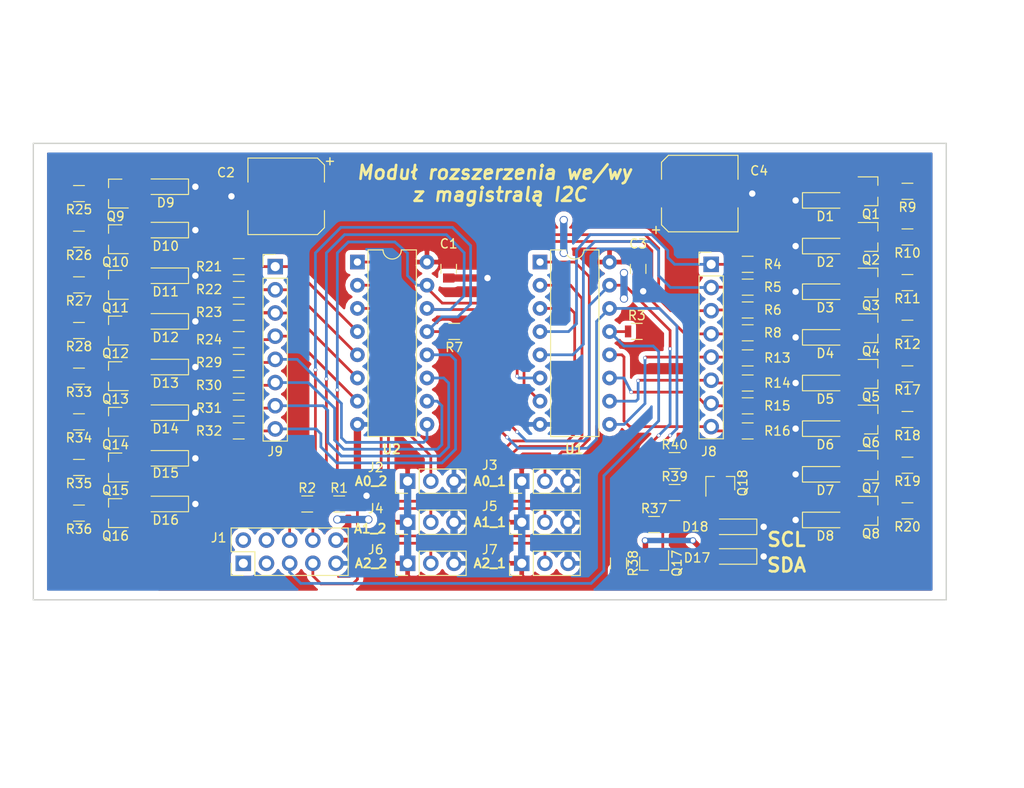
<source format=kicad_pcb>
(kicad_pcb (version 4) (host pcbnew 4.0.7)
  (title_block (title "Moduł rozszerzenia we/wy z magistralą I2C do zestawu STK500") (date 2018-10-28) (rev v3.1) (company "Łukasz Twardogórski ESPiO 126126"))
  (layers (0 F.Cu signal hide) (31 B.Cu signal hide) (34 B.Paste user) (35 F.Paste user) (36 B.SilkS user) (37 F.SilkS user) (38 B.Mask user) (39 F.Mask user) (44 Edge.Cuts user))
  (net 0 "")
  (net 1 VCC)
  (net 2 GND)
  (net 3 SDA)
  (net 4 SCL)
  (net 5 P0)
  (net 6 P1)
  (net 7 P2)
  (net 8 P3)
  (net 9 P4)
  (net 10 P5)
  (net 11 P6)
  (net 12 P7)
  (net 13 "Net-(D1-Pad2)")
  (net 14 "Net-(D2-Pad2)")
  (net 15 "Net-(D3-Pad2)")
  (net 16 "Net-(D4-Pad2)")
  (net 17 "Net-(D5-Pad2)")
  (net 18 "Net-(D6-Pad2)")
  (net 19 "Net-(D7-Pad2)")
  (net 20 "Net-(D8-Pad2)")
  (net 21 "Net-(D9-Pad2)")
  (net 22 "Net-(D10-Pad2)")
  (net 23 "Net-(D11-Pad2)")
  (net 24 "Net-(D12-Pad2)")
  (net 25 "Net-(D13-Pad2)")
  (net 26 "Net-(D14-Pad2)")
  (net 27 "Net-(D15-Pad2)")
  (net 28 "Net-(D16-Pad2)")
  (net 29 A0_2)
  (net 30 A1_2)
  (net 31 A2_2)
  (net 32 A0_1)
  (net 33 A1_1)
  (net 34 A2_1)
  (net 35 P8)
  (net 36 P9)
  (net 37 P10)
  (net 38 P11)
  (net 39 P12)
  (net 40 P13)
  (net 41 P14)
  (net 42 P15)
  (net 43 "Net-(Q1-Pad1)")
  (net 44 "Net-(Q2-Pad1)")
  (net 45 "Net-(Q3-Pad1)")
  (net 46 "Net-(Q4-Pad1)")
  (net 47 "Net-(Q5-Pad1)")
  (net 48 "Net-(Q6-Pad1)")
  (net 49 "Net-(Q7-Pad1)")
  (net 50 "Net-(Q8-Pad1)")
  (net 51 "Net-(Q9-Pad1)")
  (net 52 "Net-(Q10-Pad1)")
  (net 53 "Net-(Q11-Pad1)")
  (net 54 "Net-(Q12-Pad1)")
  (net 55 "Net-(Q13-Pad1)")
  (net 56 "Net-(Q14-Pad1)")
  (net 57 "Net-(Q15-Pad1)")
  (net 58 "Net-(Q16-Pad1)")
  (net 59 INT_1)
  (net 60 INT_2)
  (net 61 "Net-(Q1-Pad3)")
  (net 62 "Net-(Q2-Pad3)")
  (net 63 "Net-(Q3-Pad3)")
  (net 64 "Net-(Q4-Pad3)")
  (net 65 "Net-(Q5-Pad3)")
  (net 66 "Net-(Q6-Pad3)")
  (net 67 "Net-(Q7-Pad3)")
  (net 68 "Net-(Q8-Pad3)")
  (net 69 "Net-(Q9-Pad3)")
  (net 70 "Net-(Q12-Pad3)")
  (net 71 "Net-(Q13-Pad3)")
  (net 72 "Net-(Q14-Pad3)")
  (net 73 "Net-(Q15-Pad3)")
  (net 74 "Net-(Q16-Pad3)")
  (net 75 "Net-(Q10-Pad3)")
  (net 76 "Net-(Q11-Pad3)")
  (net 77 "Net-(D17-Pad2)")
  (net 78 "Net-(D18-Pad2)")
  (net 79 "Net-(Q17-Pad1)")
  (net 80 "Net-(Q17-Pad3)")
  (net 81 "Net-(Q18-Pad1)")
  (net 82 "Net-(Q18-Pad3)")
  (module Housings_DIP:DIP-16_W7.62mm (layer F.Cu) (at 148.5 98.5)
    (fp_text reference U2 (at 3.75 20.5) (layer F.SilkS) (effects (font (thickness 0.2))))
    (fp_text value PCF8574)
    (pad 1 thru_hole rect (at 0 0) (size 1.6 1.6) (drill 0.8) (layers *.Cu *.Mask) (net 29 A0_2))
    (pad 9 thru_hole oval (at 7.62 17.78) (size 1.6 1.6) (drill 0.8) (layers *.Cu *.Mask) (net 39 P12))
    (pad 2 thru_hole oval (at 0 2.54) (size 1.6 1.6) (drill 0.8) (layers *.Cu *.Mask) (net 30 A1_2))
    (pad 10 thru_hole oval (at 7.62 15.24) (size 1.6 1.6) (drill 0.8) (layers *.Cu *.Mask) (net 40 P13))
    (pad 3 thru_hole oval (at 0 5.08) (size 1.6 1.6) (drill 0.8) (layers *.Cu *.Mask) (net 31 A2_2))
    (pad 11 thru_hole oval (at 7.62 12.7) (size 1.6 1.6) (drill 0.8) (layers *.Cu *.Mask) (net 41 P14))
    (pad 4 thru_hole oval (at 0 7.62) (size 1.6 1.6) (drill 0.8) (layers *.Cu *.Mask) (net 35 P8))
    (pad 12 thru_hole oval (at 7.62 10.16) (size 1.6 1.6) (drill 0.8) (layers *.Cu *.Mask) (net 42 P15))
    (pad 5 thru_hole oval (at 0 10.16) (size 1.6 1.6) (drill 0.8) (layers *.Cu *.Mask) (net 36 P9))
    (pad 13 thru_hole oval (at 7.62 7.62) (size 1.6 1.6) (drill 0.8) (layers *.Cu *.Mask) (net 60 INT_2))
    (pad 6 thru_hole oval (at 0 12.7) (size 1.6 1.6) (drill 0.8) (layers *.Cu *.Mask) (net 37 P10))
    (pad 14 thru_hole oval (at 7.62 5.08) (size 1.6 1.6) (drill 0.8) (layers *.Cu *.Mask) (net 4 SCL))
    (pad 7 thru_hole oval (at 0 15.24) (size 1.6 1.6) (drill 0.8) (layers *.Cu *.Mask) (net 38 P11))
    (pad 15 thru_hole oval (at 7.62 2.54) (size 1.6 1.6) (drill 0.8) (layers *.Cu *.Mask) (net 3 SDA))
    (pad 8 thru_hole oval (at 0 17.78) (size 1.6 1.6) (drill 0.8) (layers *.Cu *.Mask) (net 2 GND))
    (pad 16 thru_hole oval (at 7.62 0) (size 1.6 1.6) (drill 0.8) (layers *.Cu *.Mask) (net 1 VCC))
  )
  (module Capacitors_SMD:C_0805 (layer F.Cu) (at 158.5 99.25 270)
    (fp_text reference C1 (at -2.75 0 360) (layer F.SilkS))
    (fp_text value 100nF hide)
    (pad 1 smd rect (at -1 0 270) (size 1 1.25) (layers F.Cu F.Paste F.Mask) (net 1 VCC))
    (pad 2 smd rect (at 1 0 270) (size 1 1.25) (layers F.Cu F.Paste F.Mask) (net 2 GND))
  )
  (module Pin_Headers:Pin_Header_Straight_1x03_Pitch2.54mm (layer F.Cu) (at 166.5 122.5 90)
    (fp_text reference J3 (at 1.75 -3.5 180) (layer F.SilkS))
    (fp_text value A0_1 (at 0 -3.5 180) (layer F.SilkS) (effects (font (thickness 0.2))))
    (pad 1 thru_hole rect (at 0 0 90) (size 1.7 1.7) (drill 1) (layers *.Cu *.Mask) (net 1 VCC))
    (pad 2 thru_hole oval (at 0 2.54 90) (size 1.7 1.7) (drill 1) (layers *.Cu *.Mask) (net 32 A0_1))
    (pad 3 thru_hole oval (at 0 5.08 90) (size 1.7 1.7) (drill 1) (layers *.Cu *.Mask) (net 2 GND))
  )
  (module Pin_Headers:Pin_Header_Straight_1x03_Pitch2.54mm (layer F.Cu) (at 166.5 127 90)
    (fp_text reference J5 (at 1.75 -3.5 180) (layer F.SilkS))
    (fp_text value A1_1 (at 0 -3.5 180) (layer F.SilkS) (effects (font (thickness 0.2))))
    (pad 1 thru_hole rect (at 0 0 90) (size 1.7 1.7) (drill 1) (layers *.Cu *.Mask) (net 1 VCC))
    (pad 2 thru_hole oval (at 0 2.54 90) (size 1.7 1.7) (drill 1) (layers *.Cu *.Mask) (net 33 A1_1))
    (pad 3 thru_hole oval (at 0 5.08 90) (size 1.7 1.7) (drill 1) (layers *.Cu *.Mask) (net 2 GND))
  )
  (module Resistors_SMD:R_0805 (layer F.Cu) (at 146.5 125)
    (fp_text reference R1 (at 0 -1.75) (layer F.SilkS))
    (fp_text value 4.7k hide)
    (pad 1 smd rect (at -0.95 0) (size 0.7 1.3) (layers F.Cu F.Paste F.Mask) (net 1 VCC))
    (pad 2 smd rect (at 0.95 0) (size 0.7 1.3) (layers F.Cu F.Paste F.Mask) (net 3 SDA))
  )
  (module Resistors_SMD:R_0805 (layer F.Cu) (at 143 125 180)
    (fp_text reference R2 (at 0 1.75 180) (layer F.SilkS))
    (fp_text value 4.7k hide)
    (pad 1 smd rect (at -0.95 0 180) (size 0.7 1.3) (layers F.Cu F.Paste F.Mask) (net 1 VCC))
    (pad 2 smd rect (at 0.95 0 180) (size 0.7 1.3) (layers F.Cu F.Paste F.Mask) (net 4 SCL))
  )
  (module Capacitors_SMD:CP_Elec_8x6.5 (layer F.Cu) (at 140.7 91.3 180)
    (fp_text reference C2 (at 6.6 2.6 180) (layer F.SilkS))
    (fp_text value 100uF hide)
    (fp_text user + (at -4.79 3.91 180) (layer F.SilkS))
    (pad 1 smd rect (at -3.05 0) (size 4 2.5) (layers F.Cu F.Paste F.Mask) (net 1 VCC))
    (pad 2 smd rect (at 3.05 0) (size 4 2.5) (layers F.Cu F.Paste F.Mask) (net 2 GND))
  )
  (module Capacitors_SMD:C_0805 (layer F.Cu) (at 179.25 99.25 270)
    (fp_text reference C3 (at -2.75 0 360) (layer F.SilkS))
    (fp_text value 100nF hide)
    (pad 1 smd rect (at -1 0 270) (size 1 1.25) (layers F.Cu F.Paste F.Mask) (net 1 VCC))
    (pad 2 smd rect (at 1 0 270) (size 1 1.25) (layers F.Cu F.Paste F.Mask) (net 2 GND))
  )
  (module Capacitors_SMD:CP_Elec_8x6.5 (layer F.Cu) (at 186 91)
    (fp_text reference C4 (at 6.5 -2.5) (layer F.SilkS))
    (fp_text value 100uF hide)
    (fp_text user + (at -4.79 3.91) (layer F.SilkS))
    (pad 1 smd rect (at -3.05 0 180) (size 4 2.5) (layers F.Cu F.Paste F.Mask) (net 1 VCC))
    (pad 2 smd rect (at 3.05 0 180) (size 4 2.5) (layers F.Cu F.Paste F.Mask) (net 2 GND))
  )
  (module Pin_Headers:Pin_Header_Straight_1x03_Pitch2.54mm (layer F.Cu) (at 166.5 131.5 90)
    (fp_text reference J7 (at 1.5 -3.5 180) (layer F.SilkS))
    (fp_text value A2_1 (at 0 -3.5 180) (layer F.SilkS) (effects (font (thickness 0.2))))
    (pad 1 thru_hole rect (at 0 0 90) (size 1.7 1.7) (drill 1) (layers *.Cu *.Mask) (net 1 VCC))
    (pad 2 thru_hole oval (at 0 2.54 90) (size 1.7 1.7) (drill 1) (layers *.Cu *.Mask) (net 34 A2_1))
    (pad 3 thru_hole oval (at 0 5.08 90) (size 1.7 1.7) (drill 1) (layers *.Cu *.Mask) (net 2 GND))
  )
  (module Pin_Headers:Pin_Header_Straight_1x08_Pitch2.54mm (layer F.Cu) (at 187.25 98.75)
    (fp_text reference J8 (at -0.25 20.5) (layer F.SilkS))
    (fp_text value Conn_01x08 hide)
    (pad 1 thru_hole rect (at 0 0) (size 1.7 1.7) (drill 1) (layers *.Cu *.Mask) (net 5 P0))
    (pad 2 thru_hole oval (at 0 2.54) (size 1.7 1.7) (drill 1) (layers *.Cu *.Mask) (net 6 P1))
    (pad 3 thru_hole oval (at 0 5.08) (size 1.7 1.7) (drill 1) (layers *.Cu *.Mask) (net 7 P2))
    (pad 4 thru_hole oval (at 0 7.62) (size 1.7 1.7) (drill 1) (layers *.Cu *.Mask) (net 8 P3))
    (pad 5 thru_hole oval (at 0 10.16) (size 1.7 1.7) (drill 1) (layers *.Cu *.Mask) (net 9 P4))
    (pad 6 thru_hole oval (at 0 12.7) (size 1.7 1.7) (drill 1) (layers *.Cu *.Mask) (net 10 P5))
    (pad 7 thru_hole oval (at 0 15.24) (size 1.7 1.7) (drill 1) (layers *.Cu *.Mask) (net 11 P6))
    (pad 8 thru_hole oval (at 0 17.78) (size 1.7 1.7) (drill 1) (layers *.Cu *.Mask) (net 12 P7))
  )
  (module Pin_Headers:Pin_Header_Straight_1x08_Pitch2.54mm (layer F.Cu) (at 139.5 99)
    (fp_text reference J9 (at 0 20.25) (layer F.SilkS))
    (fp_text value Conn_01x08 hide)
    (pad 1 thru_hole rect (at 0 0) (size 1.7 1.7) (drill 1) (layers *.Cu *.Mask) (net 35 P8))
    (pad 2 thru_hole oval (at 0 2.54) (size 1.7 1.7) (drill 1) (layers *.Cu *.Mask) (net 36 P9))
    (pad 3 thru_hole oval (at 0 5.08) (size 1.7 1.7) (drill 1) (layers *.Cu *.Mask) (net 37 P10))
    (pad 4 thru_hole oval (at 0 7.62) (size 1.7 1.7) (drill 1) (layers *.Cu *.Mask) (net 38 P11))
    (pad 5 thru_hole oval (at 0 10.16) (size 1.7 1.7) (drill 1) (layers *.Cu *.Mask) (net 39 P12))
    (pad 6 thru_hole oval (at 0 12.7) (size 1.7 1.7) (drill 1) (layers *.Cu *.Mask) (net 40 P13))
    (pad 7 thru_hole oval (at 0 15.24) (size 1.7 1.7) (drill 1) (layers *.Cu *.Mask) (net 41 P14))
    (pad 8 thru_hole oval (at 0 17.78) (size 1.7 1.7) (drill 1) (layers *.Cu *.Mask) (net 42 P15))
  )
  (module Resistors_SMD:R_0805 (layer F.Cu) (at 179.1 106.1 180)
    (fp_text reference R3 (at 0 1.75 180) (layer F.SilkS))
    (fp_text value 4.7k hide)
    (pad 1 smd rect (at -0.95 0 180) (size 0.7 1.3) (layers F.Cu F.Paste F.Mask) (net 1 VCC))
    (pad 2 smd rect (at 0.95 0 180) (size 0.7 1.3) (layers F.Cu F.Paste F.Mask) (net 59 INT_1))
  )
  (module Resistors_SMD:R_0805 (layer F.Cu) (at 191.25 98.75 180)
    (fp_text reference R4 (at -2.75 0 180) (layer F.SilkS))
    (fp_text value 10k hide)
    (pad 1 smd rect (at -0.95 0 180) (size 0.7 1.3) (layers F.Cu F.Paste F.Mask) (net 43 "Net-(Q1-Pad1)"))
    (pad 2 smd rect (at 0.95 0 180) (size 0.7 1.3) (layers F.Cu F.Paste F.Mask) (net 5 P0))
  )
  (module Resistors_SMD:R_0805 (layer F.Cu) (at 191.25 101.25 180)
    (fp_text reference R5 (at -2.75 0 180) (layer F.SilkS))
    (fp_text value 10k hide)
    (pad 1 smd rect (at -0.95 0 180) (size 0.7 1.3) (layers F.Cu F.Paste F.Mask) (net 44 "Net-(Q2-Pad1)"))
    (pad 2 smd rect (at 0.95 0 180) (size 0.7 1.3) (layers F.Cu F.Paste F.Mask) (net 6 P1))
  )
  (module Resistors_SMD:R_0805 (layer F.Cu) (at 191.25 103.75 180)
    (fp_text reference R6 (at -2.75 0 180) (layer F.SilkS))
    (fp_text value 10k hide)
    (pad 1 smd rect (at -0.95 0 180) (size 0.7 1.3) (layers F.Cu F.Paste F.Mask) (net 45 "Net-(Q3-Pad1)"))
    (pad 2 smd rect (at 0.95 0 180) (size 0.7 1.3) (layers F.Cu F.Paste F.Mask) (net 7 P2))
  )
  (module Resistors_SMD:R_0805 (layer F.Cu) (at 159.1 106.1 180)
    (fp_text reference R7 (at 0 -1.75 180) (layer F.SilkS))
    (fp_text value 4.7k hide)
    (pad 1 smd rect (at -0.95 0 180) (size 0.7 1.3) (layers F.Cu F.Paste F.Mask) (net 1 VCC))
    (pad 2 smd rect (at 0.95 0 180) (size 0.7 1.3) (layers F.Cu F.Paste F.Mask) (net 60 INT_2))
  )
  (module Resistors_SMD:R_0805 (layer F.Cu) (at 191.25 106.25 180)
    (fp_text reference R8 (at -2.75 0 180) (layer F.SilkS))
    (fp_text value 10k hide)
    (pad 1 smd rect (at -0.95 0 180) (size 0.7 1.3) (layers F.Cu F.Paste F.Mask) (net 46 "Net-(Q4-Pad1)"))
    (pad 2 smd rect (at 0.95 0 180) (size 0.7 1.3) (layers F.Cu F.Paste F.Mask) (net 8 P3))
  )
  (module Resistors_SMD:R_0805 (layer F.Cu) (at 208.75 90.75 180)
    (fp_text reference R9 (at 0 -1.75 180) (layer F.SilkS))
    (fp_text value 150 hide)
    (pad 1 smd rect (at -0.95 0 180) (size 0.7 1.3) (layers F.Cu F.Paste F.Mask) (net 1 VCC))
    (pad 2 smd rect (at 0.95 0 180) (size 0.7 1.3) (layers F.Cu F.Paste F.Mask) (net 61 "Net-(Q1-Pad3)"))
  )
  (module Resistors_SMD:R_0805 (layer F.Cu) (at 208.75 95.75 180)
    (fp_text reference R10 (at 0 -1.75 180) (layer F.SilkS))
    (fp_text value 150 hide)
    (pad 1 smd rect (at -0.95 0 180) (size 0.7 1.3) (layers F.Cu F.Paste F.Mask) (net 1 VCC))
    (pad 2 smd rect (at 0.95 0 180) (size 0.7 1.3) (layers F.Cu F.Paste F.Mask) (net 62 "Net-(Q2-Pad3)"))
  )
  (module Resistors_SMD:R_0805 (layer F.Cu) (at 208.75 100.75 180)
    (fp_text reference R11 (at 0 -1.75 180) (layer F.SilkS))
    (fp_text value 150 hide)
    (pad 1 smd rect (at -0.95 0 180) (size 0.7 1.3) (layers F.Cu F.Paste F.Mask) (net 1 VCC))
    (pad 2 smd rect (at 0.95 0 180) (size 0.7 1.3) (layers F.Cu F.Paste F.Mask) (net 63 "Net-(Q3-Pad3)"))
  )
  (module Resistors_SMD:R_0805 (layer F.Cu) (at 208.75 105.75 180)
    (fp_text reference R12 (at 0 -1.75 180) (layer F.SilkS))
    (fp_text value 150 hide)
    (pad 1 smd rect (at -0.95 0 180) (size 0.7 1.3) (layers F.Cu F.Paste F.Mask) (net 1 VCC))
    (pad 2 smd rect (at 0.95 0 180) (size 0.7 1.3) (layers F.Cu F.Paste F.Mask) (net 64 "Net-(Q4-Pad3)"))
  )
  (module Resistors_SMD:R_0805 (layer F.Cu) (at 191.25 109 180)
    (fp_text reference R13 (at -3.25 0 180) (layer F.SilkS))
    (fp_text value 10k hide)
    (pad 1 smd rect (at -0.95 0 180) (size 0.7 1.3) (layers F.Cu F.Paste F.Mask) (net 47 "Net-(Q5-Pad1)"))
    (pad 2 smd rect (at 0.95 0 180) (size 0.7 1.3) (layers F.Cu F.Paste F.Mask) (net 9 P4))
  )
  (module Resistors_SMD:R_0805 (layer F.Cu) (at 191.25 111.75 180)
    (fp_text reference R14 (at -3.25 0 180) (layer F.SilkS))
    (fp_text value 10k hide)
    (pad 1 smd rect (at -0.95 0 180) (size 0.7 1.3) (layers F.Cu F.Paste F.Mask) (net 48 "Net-(Q6-Pad1)"))
    (pad 2 smd rect (at 0.95 0 180) (size 0.7 1.3) (layers F.Cu F.Paste F.Mask) (net 10 P5))
  )
  (module Resistors_SMD:R_0805 (layer F.Cu) (at 191.25 114.25 180)
    (fp_text reference R15 (at -3.25 0 180) (layer F.SilkS))
    (fp_text value 10k hide)
    (pad 1 smd rect (at -0.95 0 180) (size 0.7 1.3) (layers F.Cu F.Paste F.Mask) (net 49 "Net-(Q7-Pad1)"))
    (pad 2 smd rect (at 0.95 0 180) (size 0.7 1.3) (layers F.Cu F.Paste F.Mask) (net 11 P6))
  )
  (module Resistors_SMD:R_0805 (layer F.Cu) (at 191.25 117 180)
    (fp_text reference R16 (at -3.25 0 180) (layer F.SilkS))
    (fp_text value 10k hide)
    (pad 1 smd rect (at -0.95 0 180) (size 0.7 1.3) (layers F.Cu F.Paste F.Mask) (net 50 "Net-(Q8-Pad1)"))
    (pad 2 smd rect (at 0.95 0 180) (size 0.7 1.3) (layers F.Cu F.Paste F.Mask) (net 12 P7))
  )
  (module Resistors_SMD:R_0805 (layer F.Cu) (at 208.75 110.75 180)
    (fp_text reference R17 (at 0 -1.75 180) (layer F.SilkS))
    (fp_text value 150 hide)
    (pad 1 smd rect (at -0.95 0 180) (size 0.7 1.3) (layers F.Cu F.Paste F.Mask) (net 1 VCC))
    (pad 2 smd rect (at 0.95 0 180) (size 0.7 1.3) (layers F.Cu F.Paste F.Mask) (net 65 "Net-(Q5-Pad3)"))
  )
  (module Resistors_SMD:R_0805 (layer F.Cu) (at 208.75 115.75 180)
    (fp_text reference R18 (at 0 -1.75 180) (layer F.SilkS))
    (fp_text value 150 hide)
    (pad 1 smd rect (at -0.95 0 180) (size 0.7 1.3) (layers F.Cu F.Paste F.Mask) (net 1 VCC))
    (pad 2 smd rect (at 0.95 0 180) (size 0.7 1.3) (layers F.Cu F.Paste F.Mask) (net 66 "Net-(Q6-Pad3)"))
  )
  (module Resistors_SMD:R_0805 (layer F.Cu) (at 208.75 120.75 180)
    (fp_text reference R19 (at 0 -1.75 180) (layer F.SilkS))
    (fp_text value 150 hide)
    (pad 1 smd rect (at -0.95 0 180) (size 0.7 1.3) (layers F.Cu F.Paste F.Mask) (net 1 VCC))
    (pad 2 smd rect (at 0.95 0 180) (size 0.7 1.3) (layers F.Cu F.Paste F.Mask) (net 67 "Net-(Q7-Pad3)"))
  )
  (module Resistors_SMD:R_0805 (layer F.Cu) (at 208.75 125.75 180)
    (fp_text reference R20 (at 0 -1.75 180) (layer F.SilkS))
    (fp_text value 150 hide)
    (pad 1 smd rect (at -0.95 0 180) (size 0.7 1.3) (layers F.Cu F.Paste F.Mask) (net 1 VCC))
    (pad 2 smd rect (at 0.95 0 180) (size 0.7 1.3) (layers F.Cu F.Paste F.Mask) (net 68 "Net-(Q8-Pad3)"))
  )
  (module Resistors_SMD:R_0805 (layer F.Cu) (at 135.5 99)
    (fp_text reference R21 (at -3.25 0) (layer F.SilkS))
    (fp_text value 10k hide)
    (pad 1 smd rect (at -0.95 0) (size 0.7 1.3) (layers F.Cu F.Paste F.Mask) (net 51 "Net-(Q9-Pad1)"))
    (pad 2 smd rect (at 0.95 0) (size 0.7 1.3) (layers F.Cu F.Paste F.Mask) (net 35 P8))
  )
  (module Resistors_SMD:R_0805 (layer F.Cu) (at 135.5 101.5)
    (fp_text reference R22 (at -3.25 0) (layer F.SilkS))
    (fp_text value 10k hide)
    (pad 1 smd rect (at -0.95 0) (size 0.7 1.3) (layers F.Cu F.Paste F.Mask) (net 52 "Net-(Q10-Pad1)"))
    (pad 2 smd rect (at 0.95 0) (size 0.7 1.3) (layers F.Cu F.Paste F.Mask) (net 36 P9))
  )
  (module Resistors_SMD:R_0805 (layer F.Cu) (at 135.5 104)
    (fp_text reference R23 (at -3.25 0) (layer F.SilkS))
    (fp_text value 10k hide)
    (pad 1 smd rect (at -0.95 0) (size 0.7 1.3) (layers F.Cu F.Paste F.Mask) (net 53 "Net-(Q11-Pad1)"))
    (pad 2 smd rect (at 0.95 0) (size 0.7 1.3) (layers F.Cu F.Paste F.Mask) (net 37 P10))
  )
  (module Resistors_SMD:R_0805 (layer F.Cu) (at 135.5 107)
    (fp_text reference R24 (at -3.25 0) (layer F.SilkS))
    (fp_text value 10k hide)
    (pad 1 smd rect (at -0.95 0) (size 0.7 1.3) (layers F.Cu F.Paste F.Mask) (net 54 "Net-(Q12-Pad1)"))
    (pad 2 smd rect (at 0.95 0) (size 0.7 1.3) (layers F.Cu F.Paste F.Mask) (net 38 P11))
  )
  (module Resistors_SMD:R_0805 (layer F.Cu) (at 118 91)
    (fp_text reference R25 (at 0 1.75) (layer F.SilkS))
    (fp_text value 150 hide)
    (pad 1 smd rect (at -0.95 0) (size 0.7 1.3) (layers F.Cu F.Paste F.Mask) (net 1 VCC))
    (pad 2 smd rect (at 0.95 0) (size 0.7 1.3) (layers F.Cu F.Paste F.Mask) (net 69 "Net-(Q9-Pad3)"))
  )
  (module Resistors_SMD:R_0805 (layer F.Cu) (at 118 96)
    (fp_text reference R26 (at 0 1.75) (layer F.SilkS))
    (fp_text value 150 hide)
    (pad 1 smd rect (at -0.95 0) (size 0.7 1.3) (layers F.Cu F.Paste F.Mask) (net 1 VCC))
    (pad 2 smd rect (at 0.95 0) (size 0.7 1.3) (layers F.Cu F.Paste F.Mask) (net 75 "Net-(Q10-Pad3)"))
  )
  (module Resistors_SMD:R_0805 (layer F.Cu) (at 118 101)
    (fp_text reference R27 (at 0 1.75) (layer F.SilkS))
    (fp_text value 150 hide)
    (pad 1 smd rect (at -0.95 0) (size 0.7 1.3) (layers F.Cu F.Paste F.Mask) (net 1 VCC))
    (pad 2 smd rect (at 0.95 0) (size 0.7 1.3) (layers F.Cu F.Paste F.Mask) (net 76 "Net-(Q11-Pad3)"))
  )
  (module Resistors_SMD:R_0805 (layer F.Cu) (at 118 106)
    (fp_text reference R28 (at 0 1.75) (layer F.SilkS))
    (fp_text value 150 hide)
    (pad 1 smd rect (at -0.95 0) (size 0.7 1.3) (layers F.Cu F.Paste F.Mask) (net 1 VCC))
    (pad 2 smd rect (at 0.95 0) (size 0.7 1.3) (layers F.Cu F.Paste F.Mask) (net 70 "Net-(Q12-Pad3)"))
  )
  (module Resistors_SMD:R_0805 (layer F.Cu) (at 135.5 109.5)
    (fp_text reference R29 (at -3.25 0) (layer F.SilkS))
    (fp_text value 10k hide)
    (pad 1 smd rect (at -0.95 0) (size 0.7 1.3) (layers F.Cu F.Paste F.Mask) (net 55 "Net-(Q13-Pad1)"))
    (pad 2 smd rect (at 0.95 0) (size 0.7 1.3) (layers F.Cu F.Paste F.Mask) (net 39 P12))
  )
  (module Resistors_SMD:R_0805 (layer F.Cu) (at 135.5 112)
    (fp_text reference R30 (at -3.25 0) (layer F.SilkS))
    (fp_text value 10k hide)
    (pad 1 smd rect (at -0.95 0) (size 0.7 1.3) (layers F.Cu F.Paste F.Mask) (net 56 "Net-(Q14-Pad1)"))
    (pad 2 smd rect (at 0.95 0) (size 0.7 1.3) (layers F.Cu F.Paste F.Mask) (net 40 P13))
  )
  (module Resistors_SMD:R_0805 (layer F.Cu) (at 135.5 114.5)
    (fp_text reference R31 (at -3.25 0) (layer F.SilkS))
    (fp_text value 10k hide)
    (pad 1 smd rect (at -0.95 0) (size 0.7 1.3) (layers F.Cu F.Paste F.Mask) (net 57 "Net-(Q15-Pad1)"))
    (pad 2 smd rect (at 0.95 0) (size 0.7 1.3) (layers F.Cu F.Paste F.Mask) (net 41 P14))
  )
  (module Resistors_SMD:R_0805 (layer F.Cu) (at 135.5 117)
    (fp_text reference R32 (at -3.25 0) (layer F.SilkS))
    (fp_text value 10k hide)
    (pad 1 smd rect (at -0.95 0) (size 0.7 1.3) (layers F.Cu F.Paste F.Mask) (net 58 "Net-(Q16-Pad1)"))
    (pad 2 smd rect (at 0.95 0) (size 0.7 1.3) (layers F.Cu F.Paste F.Mask) (net 42 P15))
  )
  (module Resistors_SMD:R_0805 (layer F.Cu) (at 118 111)
    (fp_text reference R33 (at 0 1.75) (layer F.SilkS))
    (fp_text value 150 hide)
    (pad 1 smd rect (at -0.95 0) (size 0.7 1.3) (layers F.Cu F.Paste F.Mask) (net 1 VCC))
    (pad 2 smd rect (at 0.95 0) (size 0.7 1.3) (layers F.Cu F.Paste F.Mask) (net 71 "Net-(Q13-Pad3)"))
  )
  (module Resistors_SMD:R_0805 (layer F.Cu) (at 118 116)
    (fp_text reference R34 (at 0 1.75) (layer F.SilkS))
    (fp_text value 150 hide)
    (pad 1 smd rect (at -0.95 0) (size 0.7 1.3) (layers F.Cu F.Paste F.Mask) (net 1 VCC))
    (pad 2 smd rect (at 0.95 0) (size 0.7 1.3) (layers F.Cu F.Paste F.Mask) (net 72 "Net-(Q14-Pad3)"))
  )
  (module Resistors_SMD:R_0805 (layer F.Cu) (at 118 121)
    (fp_text reference R35 (at 0 1.75) (layer F.SilkS))
    (fp_text value 150 hide)
    (pad 1 smd rect (at -0.95 0) (size 0.7 1.3) (layers F.Cu F.Paste F.Mask) (net 1 VCC))
    (pad 2 smd rect (at 0.95 0) (size 0.7 1.3) (layers F.Cu F.Paste F.Mask) (net 73 "Net-(Q15-Pad3)"))
  )
  (module Resistors_SMD:R_0805 (layer F.Cu) (at 118 126)
    (fp_text reference R36 (at 0 1.75) (layer F.SilkS))
    (fp_text value 150 hide)
    (pad 1 smd rect (at -0.95 0) (size 0.7 1.3) (layers F.Cu F.Paste F.Mask) (net 1 VCC))
    (pad 2 smd rect (at 0.95 0) (size 0.7 1.3) (layers F.Cu F.Paste F.Mask) (net 74 "Net-(Q16-Pad3)"))
  )
  (module Housings_DIP:DIP-16_W7.62mm (layer F.Cu) (at 168.5 98.5)
    (fp_text reference U1 (at 3.75 20.5) (layer F.SilkS) (effects (font (thickness 0.2))))
    (fp_text value PCF8574)
    (pad 1 thru_hole rect (at 0 0) (size 1.6 1.6) (drill 0.8) (layers *.Cu *.Mask) (net 32 A0_1))
    (pad 9 thru_hole oval (at 7.62 17.78) (size 1.6 1.6) (drill 0.8) (layers *.Cu *.Mask) (net 9 P4))
    (pad 2 thru_hole oval (at 0 2.54) (size 1.6 1.6) (drill 0.8) (layers *.Cu *.Mask) (net 33 A1_1))
    (pad 10 thru_hole oval (at 7.62 15.24) (size 1.6 1.6) (drill 0.8) (layers *.Cu *.Mask) (net 10 P5))
    (pad 3 thru_hole oval (at 0 5.08) (size 1.6 1.6) (drill 0.8) (layers *.Cu *.Mask) (net 34 A2_1))
    (pad 11 thru_hole oval (at 7.62 12.7) (size 1.6 1.6) (drill 0.8) (layers *.Cu *.Mask) (net 11 P6))
    (pad 4 thru_hole oval (at 0 7.62) (size 1.6 1.6) (drill 0.8) (layers *.Cu *.Mask) (net 5 P0))
    (pad 12 thru_hole oval (at 7.62 10.16) (size 1.6 1.6) (drill 0.8) (layers *.Cu *.Mask) (net 12 P7))
    (pad 5 thru_hole oval (at 0 10.16) (size 1.6 1.6) (drill 0.8) (layers *.Cu *.Mask) (net 6 P1))
    (pad 13 thru_hole oval (at 7.62 7.62) (size 1.6 1.6) (drill 0.8) (layers *.Cu *.Mask) (net 59 INT_1))
    (pad 6 thru_hole oval (at 0 12.7) (size 1.6 1.6) (drill 0.8) (layers *.Cu *.Mask) (net 7 P2))
    (pad 14 thru_hole oval (at 7.62 5.08) (size 1.6 1.6) (drill 0.8) (layers *.Cu *.Mask) (net 4 SCL))
    (pad 7 thru_hole oval (at 0 15.24) (size 1.6 1.6) (drill 0.8) (layers *.Cu *.Mask) (net 8 P3))
    (pad 15 thru_hole oval (at 7.62 2.54) (size 1.6 1.6) (drill 0.8) (layers *.Cu *.Mask) (net 3 SDA))
    (pad 8 thru_hole oval (at 0 17.78) (size 1.6 1.6) (drill 0.8) (layers *.Cu *.Mask) (net 2 GND))
    (pad 16 thru_hole oval (at 7.62 0) (size 1.6 1.6) (drill 0.8) (layers *.Cu *.Mask) (net 1 VCC))
  )
  (module LEDs:LED_1206 (layer F.Cu) (at 199.75 91.75)
    (fp_text reference D1 (at 0 1.75) (layer F.SilkS))
    (fp_text value LED hide)
    (pad 2 smd rect (at 1.65 0 180) (size 1.5 1.5) (layers F.Cu F.Paste F.Mask) (net 13 "Net-(D1-Pad2)"))
    (pad 1 smd rect (at -1.65 0 180) (size 1.5 1.5) (layers F.Cu F.Paste F.Mask) (net 2 GND))
  )
  (module LEDs:LED_1206 (layer F.Cu) (at 199.75 96.75)
    (fp_text reference D2 (at 0 1.75) (layer F.SilkS))
    (fp_text value LED hide)
    (pad 2 smd rect (at 1.65 0 180) (size 1.5 1.5) (layers F.Cu F.Paste F.Mask) (net 14 "Net-(D2-Pad2)"))
    (pad 1 smd rect (at -1.65 0 180) (size 1.5 1.5) (layers F.Cu F.Paste F.Mask) (net 2 GND))
  )
  (module LEDs:LED_1206 (layer F.Cu) (at 199.75 101.75)
    (fp_text reference D3 (at 0 1.75) (layer F.SilkS))
    (fp_text value LED hide)
    (pad 2 smd rect (at 1.65 0 180) (size 1.5 1.5) (layers F.Cu F.Paste F.Mask) (net 15 "Net-(D3-Pad2)"))
    (pad 1 smd rect (at -1.65 0 180) (size 1.5 1.5) (layers F.Cu F.Paste F.Mask) (net 2 GND))
  )
  (module LEDs:LED_1206 (layer F.Cu) (at 199.75 106.75)
    (fp_text reference D4 (at 0 1.75) (layer F.SilkS))
    (fp_text value LED hide)
    (pad 2 smd rect (at 1.65 0 180) (size 1.5 1.5) (layers F.Cu F.Paste F.Mask) (net 16 "Net-(D4-Pad2)"))
    (pad 1 smd rect (at -1.65 0 180) (size 1.5 1.5) (layers F.Cu F.Paste F.Mask) (net 2 GND))
  )
  (module LEDs:LED_1206 (layer F.Cu) (at 199.75 111.75)
    (fp_text reference D5 (at 0 1.75) (layer F.SilkS))
    (fp_text value LED hide)
    (pad 2 smd rect (at 1.65 0 180) (size 1.5 1.5) (layers F.Cu F.Paste F.Mask) (net 17 "Net-(D5-Pad2)"))
    (pad 1 smd rect (at -1.65 0 180) (size 1.5 1.5) (layers F.Cu F.Paste F.Mask) (net 2 GND))
  )
  (module LEDs:LED_1206 (layer F.Cu) (at 199.75 116.75)
    (fp_text reference D6 (at 0 1.75) (layer F.SilkS))
    (fp_text value LED hide)
    (pad 2 smd rect (at 1.65 0 180) (size 1.5 1.5) (layers F.Cu F.Paste F.Mask) (net 18 "Net-(D6-Pad2)"))
    (pad 1 smd rect (at -1.65 0 180) (size 1.5 1.5) (layers F.Cu F.Paste F.Mask) (net 2 GND))
  )
  (module LEDs:LED_1206 (layer F.Cu) (at 199.75 121.75)
    (fp_text reference D7 (at 0 1.75) (layer F.SilkS))
    (fp_text value LED hide)
    (pad 2 smd rect (at 1.65 0 180) (size 1.5 1.5) (layers F.Cu F.Paste F.Mask) (net 19 "Net-(D7-Pad2)"))
    (pad 1 smd rect (at -1.65 0 180) (size 1.5 1.5) (layers F.Cu F.Paste F.Mask) (net 2 GND))
  )
  (module LEDs:LED_1206 (layer F.Cu) (at 199.75 126.75)
    (fp_text reference D8 (at 0 1.75) (layer F.SilkS))
    (fp_text value LED hide)
    (pad 2 smd rect (at 1.65 0 180) (size 1.5 1.5) (layers F.Cu F.Paste F.Mask) (net 20 "Net-(D8-Pad2)"))
    (pad 1 smd rect (at -1.65 0 180) (size 1.5 1.5) (layers F.Cu F.Paste F.Mask) (net 2 GND))
  )
  (module LEDs:LED_1206 (layer F.Cu) (at 127.5 90.25 180)
    (fp_text reference D9 (at 0 -1.75 180) (layer F.SilkS))
    (fp_text value LED hide)
    (pad 2 smd rect (at 1.65 0) (size 1.5 1.5) (layers F.Cu F.Paste F.Mask) (net 21 "Net-(D9-Pad2)"))
    (pad 1 smd rect (at -1.65 0) (size 1.5 1.5) (layers F.Cu F.Paste F.Mask) (net 2 GND))
  )
  (module LEDs:LED_1206 (layer F.Cu) (at 127.5 95 180)
    (fp_text reference D10 (at 0 -1.75 180) (layer F.SilkS))
    (fp_text value LED hide)
    (pad 2 smd rect (at 1.65 0) (size 1.5 1.5) (layers F.Cu F.Paste F.Mask) (net 22 "Net-(D10-Pad2)"))
    (pad 1 smd rect (at -1.65 0) (size 1.5 1.5) (layers F.Cu F.Paste F.Mask) (net 2 GND))
  )
  (module LEDs:LED_1206 (layer F.Cu) (at 127.5 100 180)
    (fp_text reference D11 (at 0 -1.75 180) (layer F.SilkS))
    (fp_text value LED hide)
    (pad 2 smd rect (at 1.65 0) (size 1.5 1.5) (layers F.Cu F.Paste F.Mask) (net 23 "Net-(D11-Pad2)"))
    (pad 1 smd rect (at -1.65 0) (size 1.5 1.5) (layers F.Cu F.Paste F.Mask) (net 2 GND))
  )
  (module LEDs:LED_1206 (layer F.Cu) (at 127.5 105 180)
    (fp_text reference D12 (at 0 -1.75 180) (layer F.SilkS))
    (fp_text value LED hide)
    (pad 2 smd rect (at 1.65 0) (size 1.5 1.5) (layers F.Cu F.Paste F.Mask) (net 24 "Net-(D12-Pad2)"))
    (pad 1 smd rect (at -1.65 0) (size 1.5 1.5) (layers F.Cu F.Paste F.Mask) (net 2 GND))
  )
  (module LEDs:LED_1206 (layer F.Cu) (at 127.5 110 180)
    (fp_text reference D13 (at 0 -1.75 180) (layer F.SilkS))
    (fp_text value LED hide)
    (pad 2 smd rect (at 1.65 0) (size 1.5 1.5) (layers F.Cu F.Paste F.Mask) (net 25 "Net-(D13-Pad2)"))
    (pad 1 smd rect (at -1.65 0) (size 1.5 1.5) (layers F.Cu F.Paste F.Mask) (net 2 GND))
  )
  (module LEDs:LED_1206 (layer F.Cu) (at 127.5 115 180)
    (fp_text reference D14 (at 0 -1.75 180) (layer F.SilkS))
    (fp_text value LED hide)
    (pad 2 smd rect (at 1.65 0) (size 1.5 1.5) (layers F.Cu F.Paste F.Mask) (net 26 "Net-(D14-Pad2)"))
    (pad 1 smd rect (at -1.65 0) (size 1.5 1.5) (layers F.Cu F.Paste F.Mask) (net 2 GND))
  )
  (module LEDs:LED_1206 (layer F.Cu) (at 127.5 120 180)
    (fp_text reference D15 (at 0 -1.6 180) (layer F.SilkS))
    (fp_text value LED hide)
    (pad 2 smd rect (at 1.65 0) (size 1.5 1.5) (layers F.Cu F.Paste F.Mask) (net 27 "Net-(D15-Pad2)"))
    (pad 1 smd rect (at -1.65 0) (size 1.5 1.5) (layers F.Cu F.Paste F.Mask) (net 2 GND))
  )
  (module LEDs:LED_1206 (layer F.Cu) (at 127.5 125 180)
    (fp_text reference D16 (at 0 -1.75 180) (layer F.SilkS))
    (fp_text value LED hide)
    (pad 2 smd rect (at 1.65 0) (size 1.5 1.5) (layers F.Cu F.Paste F.Mask) (net 28 "Net-(D16-Pad2)"))
    (pad 1 smd rect (at -1.65 0) (size 1.5 1.5) (layers F.Cu F.Paste F.Mask) (net 2 GND))
  )
  (module TO_SOT_Packages_SMD:SOT-23 (layer F.Cu) (at 204.75 90.75)
    (fp_text reference Q1 (at 0 2.5) (layer F.SilkS))
    (fp_text value BC848 hide)
    (pad 1 smd rect (at -1 -0.95) (size 0.9 0.8) (layers F.Cu F.Paste F.Mask) (net 43 "Net-(Q1-Pad1)"))
    (pad 2 smd rect (at -1 0.95) (size 0.9 0.8) (layers F.Cu F.Paste F.Mask) (net 13 "Net-(D1-Pad2)"))
    (pad 3 smd rect (at 1 0) (size 0.9 0.8) (layers F.Cu F.Paste F.Mask) (net 61 "Net-(Q1-Pad3)"))
  )
  (module TO_SOT_Packages_SMD:SOT-23 (layer F.Cu) (at 204.75 95.75)
    (fp_text reference Q2 (at 0 2.5) (layer F.SilkS))
    (fp_text value BC848 hide)
    (pad 1 smd rect (at -1 -0.95) (size 0.9 0.8) (layers F.Cu F.Paste F.Mask) (net 44 "Net-(Q2-Pad1)"))
    (pad 2 smd rect (at -1 0.95) (size 0.9 0.8) (layers F.Cu F.Paste F.Mask) (net 14 "Net-(D2-Pad2)"))
    (pad 3 smd rect (at 1 0) (size 0.9 0.8) (layers F.Cu F.Paste F.Mask) (net 62 "Net-(Q2-Pad3)"))
  )
  (module TO_SOT_Packages_SMD:SOT-23 (layer F.Cu) (at 204.75 100.75)
    (fp_text reference Q3 (at 0 2.5) (layer F.SilkS))
    (fp_text value BC848 hide)
    (pad 1 smd rect (at -1 -0.95) (size 0.9 0.8) (layers F.Cu F.Paste F.Mask) (net 45 "Net-(Q3-Pad1)"))
    (pad 2 smd rect (at -1 0.95) (size 0.9 0.8) (layers F.Cu F.Paste F.Mask) (net 15 "Net-(D3-Pad2)"))
    (pad 3 smd rect (at 1 0) (size 0.9 0.8) (layers F.Cu F.Paste F.Mask) (net 63 "Net-(Q3-Pad3)"))
  )
  (module TO_SOT_Packages_SMD:SOT-23 (layer F.Cu) (at 204.75 105.75)
    (fp_text reference Q4 (at 0 2.5) (layer F.SilkS))
    (fp_text value BC848 hide)
    (pad 1 smd rect (at -1 -0.95) (size 0.9 0.8) (layers F.Cu F.Paste F.Mask) (net 46 "Net-(Q4-Pad1)"))
    (pad 2 smd rect (at -1 0.95) (size 0.9 0.8) (layers F.Cu F.Paste F.Mask) (net 16 "Net-(D4-Pad2)"))
    (pad 3 smd rect (at 1 0) (size 0.9 0.8) (layers F.Cu F.Paste F.Mask) (net 64 "Net-(Q4-Pad3)"))
  )
  (module TO_SOT_Packages_SMD:SOT-23 (layer F.Cu) (at 204.75 110.75)
    (fp_text reference Q5 (at 0 2.5) (layer F.SilkS))
    (fp_text value BC848 hide)
    (pad 1 smd rect (at -1 -0.95) (size 0.9 0.8) (layers F.Cu F.Paste F.Mask) (net 47 "Net-(Q5-Pad1)"))
    (pad 2 smd rect (at -1 0.95) (size 0.9 0.8) (layers F.Cu F.Paste F.Mask) (net 17 "Net-(D5-Pad2)"))
    (pad 3 smd rect (at 1 0) (size 0.9 0.8) (layers F.Cu F.Paste F.Mask) (net 65 "Net-(Q5-Pad3)"))
  )
  (module TO_SOT_Packages_SMD:SOT-23 (layer F.Cu) (at 204.75 115.75)
    (fp_text reference Q6 (at 0 2.5) (layer F.SilkS))
    (fp_text value BC848 hide)
    (pad 1 smd rect (at -1 -0.95) (size 0.9 0.8) (layers F.Cu F.Paste F.Mask) (net 48 "Net-(Q6-Pad1)"))
    (pad 2 smd rect (at -1 0.95) (size 0.9 0.8) (layers F.Cu F.Paste F.Mask) (net 18 "Net-(D6-Pad2)"))
    (pad 3 smd rect (at 1 0) (size 0.9 0.8) (layers F.Cu F.Paste F.Mask) (net 66 "Net-(Q6-Pad3)"))
  )
  (module TO_SOT_Packages_SMD:SOT-23 (layer F.Cu) (at 204.75 120.75)
    (fp_text reference Q7 (at 0 2.5) (layer F.SilkS))
    (fp_text value BC848 hide)
    (pad 1 smd rect (at -1 -0.95) (size 0.9 0.8) (layers F.Cu F.Paste F.Mask) (net 49 "Net-(Q7-Pad1)"))
    (pad 2 smd rect (at -1 0.95) (size 0.9 0.8) (layers F.Cu F.Paste F.Mask) (net 19 "Net-(D7-Pad2)"))
    (pad 3 smd rect (at 1 0) (size 0.9 0.8) (layers F.Cu F.Paste F.Mask) (net 67 "Net-(Q7-Pad3)"))
  )
  (module TO_SOT_Packages_SMD:SOT-23 (layer F.Cu) (at 204.75 125.75)
    (fp_text reference Q8 (at 0 2.5) (layer F.SilkS))
    (fp_text value BC848 hide)
    (pad 1 smd rect (at -1 -0.95) (size 0.9 0.8) (layers F.Cu F.Paste F.Mask) (net 50 "Net-(Q8-Pad1)"))
    (pad 2 smd rect (at -1 0.95) (size 0.9 0.8) (layers F.Cu F.Paste F.Mask) (net 20 "Net-(D8-Pad2)"))
    (pad 3 smd rect (at 1 0) (size 0.9 0.8) (layers F.Cu F.Paste F.Mask) (net 68 "Net-(Q8-Pad3)"))
  )
  (module TO_SOT_Packages_SMD:SOT-23 (layer F.Cu) (at 122 91 180)
    (fp_text reference Q9 (at 0 -2.5 180) (layer F.SilkS))
    (fp_text value BC848 hide)
    (pad 1 smd rect (at -1 -0.95 180) (size 0.9 0.8) (layers F.Cu F.Paste F.Mask) (net 51 "Net-(Q9-Pad1)"))
    (pad 2 smd rect (at -1 0.95 180) (size 0.9 0.8) (layers F.Cu F.Paste F.Mask) (net 21 "Net-(D9-Pad2)"))
    (pad 3 smd rect (at 1 0 180) (size 0.9 0.8) (layers F.Cu F.Paste F.Mask) (net 69 "Net-(Q9-Pad3)"))
  )
  (module TO_SOT_Packages_SMD:SOT-23 (layer F.Cu) (at 122 106 180)
    (fp_text reference Q12 (at 0 -2.5 180) (layer F.SilkS))
    (fp_text value BC848 hide)
    (pad 1 smd rect (at -1 -0.95 180) (size 0.9 0.8) (layers F.Cu F.Paste F.Mask) (net 54 "Net-(Q12-Pad1)"))
    (pad 2 smd rect (at -1 0.95 180) (size 0.9 0.8) (layers F.Cu F.Paste F.Mask) (net 24 "Net-(D12-Pad2)"))
    (pad 3 smd rect (at 1 0 180) (size 0.9 0.8) (layers F.Cu F.Paste F.Mask) (net 70 "Net-(Q12-Pad3)"))
  )
  (module TO_SOT_Packages_SMD:SOT-23 (layer F.Cu) (at 122 111 180)
    (fp_text reference Q13 (at 0 -2.5 180) (layer F.SilkS))
    (fp_text value BC848 hide)
    (pad 1 smd rect (at -1 -0.95 180) (size 0.9 0.8) (layers F.Cu F.Paste F.Mask) (net 55 "Net-(Q13-Pad1)"))
    (pad 2 smd rect (at -1 0.95 180) (size 0.9 0.8) (layers F.Cu F.Paste F.Mask) (net 25 "Net-(D13-Pad2)"))
    (pad 3 smd rect (at 1 0 180) (size 0.9 0.8) (layers F.Cu F.Paste F.Mask) (net 71 "Net-(Q13-Pad3)"))
  )
  (module TO_SOT_Packages_SMD:SOT-23 (layer F.Cu) (at 122 116 180)
    (fp_text reference Q14 (at 0 -2.5 180) (layer F.SilkS))
    (fp_text value BC848 hide)
    (pad 1 smd rect (at -1 -0.95 180) (size 0.9 0.8) (layers F.Cu F.Paste F.Mask) (net 56 "Net-(Q14-Pad1)"))
    (pad 2 smd rect (at -1 0.95 180) (size 0.9 0.8) (layers F.Cu F.Paste F.Mask) (net 26 "Net-(D14-Pad2)"))
    (pad 3 smd rect (at 1 0 180) (size 0.9 0.8) (layers F.Cu F.Paste F.Mask) (net 72 "Net-(Q14-Pad3)"))
  )
  (module TO_SOT_Packages_SMD:SOT-23 (layer F.Cu) (at 122 121 180)
    (fp_text reference Q15 (at 0 -2.5 180) (layer F.SilkS))
    (fp_text value BC848 hide)
    (pad 1 smd rect (at -1 -0.95 180) (size 0.9 0.8) (layers F.Cu F.Paste F.Mask) (net 57 "Net-(Q15-Pad1)"))
    (pad 2 smd rect (at -1 0.95 180) (size 0.9 0.8) (layers F.Cu F.Paste F.Mask) (net 27 "Net-(D15-Pad2)"))
    (pad 3 smd rect (at 1 0 180) (size 0.9 0.8) (layers F.Cu F.Paste F.Mask) (net 73 "Net-(Q15-Pad3)"))
  )
  (module TO_SOT_Packages_SMD:SOT-23 (layer F.Cu) (at 122 126 180)
    (fp_text reference Q16 (at 0 -2.5 180) (layer F.SilkS))
    (fp_text value BC848 hide)
    (pad 1 smd rect (at -1 -0.95 180) (size 0.9 0.8) (layers F.Cu F.Paste F.Mask) (net 58 "Net-(Q16-Pad1)"))
    (pad 2 smd rect (at -1 0.95 180) (size 0.9 0.8) (layers F.Cu F.Paste F.Mask) (net 28 "Net-(D16-Pad2)"))
    (pad 3 smd rect (at 1 0 180) (size 0.9 0.8) (layers F.Cu F.Paste F.Mask) (net 74 "Net-(Q16-Pad3)"))
  )
  (module TO_SOT_Packages_SMD:SOT-23 (layer F.Cu) (at 122 96 180)
    (fp_text reference Q10 (at 0 -2.5 180) (layer F.SilkS))
    (fp_text value BC848 hide)
    (pad 1 smd rect (at -1 -0.95 180) (size 0.9 0.8) (layers F.Cu F.Paste F.Mask) (net 52 "Net-(Q10-Pad1)"))
    (pad 2 smd rect (at -1 0.95 180) (size 0.9 0.8) (layers F.Cu F.Paste F.Mask) (net 22 "Net-(D10-Pad2)"))
    (pad 3 smd rect (at 1 0 180) (size 0.9 0.8) (layers F.Cu F.Paste F.Mask) (net 75 "Net-(Q10-Pad3)"))
  )
  (module TO_SOT_Packages_SMD:SOT-23 (layer F.Cu) (at 122 101 180)
    (fp_text reference Q11 (at 0 -2.5 180) (layer F.SilkS))
    (fp_text value BC848 hide)
    (pad 1 smd rect (at -1 -0.95 180) (size 0.9 0.8) (layers F.Cu F.Paste F.Mask) (net 53 "Net-(Q11-Pad1)"))
    (pad 2 smd rect (at -1 0.95 180) (size 0.9 0.8) (layers F.Cu F.Paste F.Mask) (net 23 "Net-(D11-Pad2)"))
    (pad 3 smd rect (at 1 0 180) (size 0.9 0.8) (layers F.Cu F.Paste F.Mask) (net 76 "Net-(Q11-Pad3)"))
  )
  (module LEDs:LED_1206 (layer F.Cu) (at 189.75 130.75 180)
    (fp_text reference D17 (at 4.05 -0.15 180) (layer F.SilkS))
    (fp_text value SDA (at -5.75 -0.95 180) (layer F.SilkS) (effects (font (size 1.5 1.5) (thickness 0.3))))
    (pad 2 smd rect (at 1.65 0) (size 1.5 1.5) (layers F.Cu F.Paste F.Mask) (net 77 "Net-(D17-Pad2)"))
    (pad 1 smd rect (at -1.65 0) (size 1.5 1.5) (layers F.Cu F.Paste F.Mask) (net 2 GND))
  )
  (module LEDs:LED_1206 (layer F.Cu) (at 189.75 127.5 180)
    (fp_text reference D18 (at 4.25 0 180) (layer F.SilkS))
    (fp_text value SCL (at -5.75 -1.4 180) (layer F.SilkS) (effects (font (size 1.5 1.5) (thickness 0.3))))
    (pad 2 smd rect (at 1.65 0) (size 1.5 1.5) (layers F.Cu F.Paste F.Mask) (net 78 "Net-(D18-Pad2)"))
    (pad 1 smd rect (at -1.65 0) (size 1.5 1.5) (layers F.Cu F.Paste F.Mask) (net 2 GND))
  )
  (module TO_SOT_Packages_SMD:SOT-23 (layer F.Cu) (at 181 131.5 270)
    (fp_text reference Q17 (at 0 -2.5 270) (layer F.SilkS))
    (fp_text value BC848 hide)
    (pad 1 smd rect (at -1 -0.95 270) (size 0.9 0.8) (layers F.Cu F.Paste F.Mask) (net 79 "Net-(Q17-Pad1)"))
    (pad 2 smd rect (at -1 0.95 270) (size 0.9 0.8) (layers F.Cu F.Paste F.Mask) (net 77 "Net-(D17-Pad2)"))
    (pad 3 smd rect (at 1 0 270) (size 0.9 0.8) (layers F.Cu F.Paste F.Mask) (net 80 "Net-(Q17-Pad3)"))
  )
  (module TO_SOT_Packages_SMD:SOT-23 (layer F.Cu) (at 188.25 122.75 90)
    (fp_text reference Q18 (at 0.05 2.45 90) (layer F.SilkS))
    (fp_text value BC848 hide)
    (pad 1 smd rect (at -1 -0.95 90) (size 0.9 0.8) (layers F.Cu F.Paste F.Mask) (net 81 "Net-(Q18-Pad1)"))
    (pad 2 smd rect (at -1 0.95 90) (size 0.9 0.8) (layers F.Cu F.Paste F.Mask) (net 78 "Net-(D18-Pad2)"))
    (pad 3 smd rect (at 1 0 90) (size 0.9 0.8) (layers F.Cu F.Paste F.Mask) (net 82 "Net-(Q18-Pad3)"))
  )
  (module Resistors_SMD:R_0805 (layer F.Cu) (at 181 127.25 180)
    (fp_text reference R37 (at 0 1.75 180) (layer F.SilkS))
    (fp_text value 10k hide)
    (pad 1 smd rect (at -0.95 0 180) (size 0.7 1.3) (layers F.Cu F.Paste F.Mask) (net 79 "Net-(Q17-Pad1)"))
    (pad 2 smd rect (at 0.95 0 180) (size 0.7 1.3) (layers F.Cu F.Paste F.Mask) (net 3 SDA))
  )
  (module Resistors_SMD:R_0805 (layer F.Cu) (at 177.1 131.5 270)
    (fp_text reference R38 (at 0 -1.6 270) (layer F.SilkS))
    (fp_text value 150 hide)
    (pad 1 smd rect (at -0.95 0 270) (size 0.7 1.3) (layers F.Cu F.Paste F.Mask) (net 1 VCC))
    (pad 2 smd rect (at 0.95 0 270) (size 0.7 1.3) (layers F.Cu F.Paste F.Mask) (net 80 "Net-(Q17-Pad3)"))
  )
  (module Resistors_SMD:R_0805 (layer F.Cu) (at 183.25 123.75 180)
    (fp_text reference R39 (at 0 1.75 360) (layer F.SilkS))
    (fp_text value 10k hide)
    (pad 1 smd rect (at -0.95 0 180) (size 0.7 1.3) (layers F.Cu F.Paste F.Mask) (net 81 "Net-(Q18-Pad1)"))
    (pad 2 smd rect (at 0.95 0 180) (size 0.7 1.3) (layers F.Cu F.Paste F.Mask) (net 4 SCL))
  )
  (module Resistors_SMD:R_0805 (layer F.Cu) (at 183.25 120.25)
    (fp_text reference R40 (at 0 -1.75) (layer F.SilkS))
    (fp_text value 150 hide)
    (pad 1 smd rect (at -0.95 0) (size 0.7 1.3) (layers F.Cu F.Paste F.Mask) (net 1 VCC))
    (pad 2 smd rect (at 0.95 0) (size 0.7 1.3) (layers F.Cu F.Paste F.Mask) (net 82 "Net-(Q18-Pad3)"))
  )
  (module Pin_Headers:Pin_Header_Straight_2x05_Pitch2.54mm (layer F.Cu) (at 136 131.5 90)
    (fp_text reference J1 (at 2.8 -2.7 180) (layer F.SilkS))
    (fp_text value Conn_02x05_Odd_Even hide)
    (pad 1 thru_hole rect (at 0 0 90) (size 1.7 1.7) (drill 1) (layers *.Cu *.Mask))
    (pad 2 thru_hole oval (at 2.54 0 90) (size 1.7 1.7) (drill 1) (layers *.Cu *.Mask))
    (pad 3 thru_hole oval (at 0 2.54 90) (size 1.7 1.7) (drill 1) (layers *.Cu *.Mask))
    (pad 4 thru_hole oval (at 2.54 2.54 90) (size 1.7 1.7) (drill 1) (layers *.Cu *.Mask))
    (pad 5 thru_hole oval (at 0 5.08 90) (size 1.7 1.7) (drill 1) (layers *.Cu *.Mask) (net 59 INT_1))
    (pad 6 thru_hole oval (at 2.54 5.08 90) (size 1.7 1.7) (drill 1) (layers *.Cu *.Mask) (net 60 INT_2))
    (pad 7 thru_hole oval (at 0 7.62 90) (size 1.7 1.7) (drill 1) (layers *.Cu *.Mask) (net 3 SDA))
    (pad 8 thru_hole oval (at 2.54 7.62 90) (size 1.7 1.7) (drill 1) (layers *.Cu *.Mask) (net 4 SCL))
    (pad 9 thru_hole oval (at 0 10.16 90) (size 1.7 1.7) (drill 1) (layers *.Cu *.Mask) (net 2 GND))
    (pad 10 thru_hole oval (at 2.54 10.16 90) (size 1.7 1.7) (drill 1) (layers *.Cu *.Mask) (net 1 VCC))
  )
  (module Pin_Headers:Pin_Header_Straight_1x03_Pitch2.54mm (layer F.Cu) (at 154 122.5 90)
    (fp_text reference J2 (at 1.5 -3.5 180) (layer F.SilkS))
    (fp_text value A0_2 (at 0 -4 180) (layer F.SilkS) (effects (font (thickness 0.2))))
    (pad 1 thru_hole rect (at 0 0 90) (size 1.7 1.7) (drill 1) (layers *.Cu *.Mask) (net 1 VCC))
    (pad 2 thru_hole oval (at 0 2.54 90) (size 1.7 1.7) (drill 1) (layers *.Cu *.Mask) (net 29 A0_2))
    (pad 3 thru_hole oval (at 0 5.08 90) (size 1.7 1.7) (drill 1) (layers *.Cu *.Mask) (net 2 GND))
  )
  (module Pin_Headers:Pin_Header_Straight_1x03_Pitch2.54mm (layer F.Cu) (at 154 127 90)
    (fp_text reference J4 (at 1.5 -3.5 180) (layer F.SilkS))
    (fp_text value A1_2 (at -0.7 -4.1 180) (layer F.SilkS) (effects (font (thickness 0.2))))
    (pad 1 thru_hole rect (at 0 0 90) (size 1.7 1.7) (drill 1) (layers *.Cu *.Mask) (net 1 VCC))
    (pad 2 thru_hole oval (at 0 2.54 90) (size 1.7 1.7) (drill 1) (layers *.Cu *.Mask) (net 30 A1_2))
    (pad 3 thru_hole oval (at 0 5.08 90) (size 1.7 1.7) (drill 1) (layers *.Cu *.Mask) (net 2 GND))
  )
  (module Pin_Headers:Pin_Header_Straight_1x03_Pitch2.54mm (layer F.Cu) (at 154 131.5 90)
    (fp_text reference J6 (at 1.5 -3.5 180) (layer F.SilkS))
    (fp_text value A2_2 (at 0 -4 180) (layer F.SilkS) (effects (font (thickness 0.2))))
    (pad 1 thru_hole rect (at 0 0 90) (size 1.7 1.7) (drill 1) (layers *.Cu *.Mask) (net 1 VCC))
    (pad 2 thru_hole oval (at 0 2.54 90) (size 1.7 1.7) (drill 1) (layers *.Cu *.Mask) (net 31 A2_2))
    (pad 3 thru_hole oval (at 0 5.08 90) (size 1.7 1.7) (drill 1) (layers *.Cu *.Mask) (net 2 GND))
  )
  (gr_line (start 113 135.5) (end 113 85.5) (angle 90) (layer Edge.Cuts) (width 0.15))
  (gr_line (start 213 135.5) (end 113 135.5) (angle 90) (layer Edge.Cuts) (width 0.15))
  (gr_line (start 213 85.5) (end 213 135.5) (angle 90) (layer Edge.Cuts) (width 0.15))
  (gr_line (start 113 85.5) (end 213 85.5) (angle 90) (layer Edge.Cuts) (width 0.15))
  (gr_text "Łukasz\nTwardogórski\nESPiO 126 126" (at 114.5 131.5) (layer F.Cu) (effects (font (size 1 1) (thickness 0.2)) (justify left)))
  (gr_text "Moduł rozszerzenia we/wy \nz magistralą I2C" (at 164.1 89.9) (layer F.SilkS) (effects (font (size 1.5 1.5) (thickness 0.3) italic)))
  (via (at 171.1 93.9) (size 0.9) (drill 0.7) (layers F.Cu B.Cu) (net 0))
  (segment (start 171.1 97.5) (end 171.1 93.9) (width 0.8) (layer B.Cu) (net 0))
  (via (at 171.1 97.5) (size 0.9) (drill 0.7) (layers F.Cu B.Cu) (net 0))
  (via (at 146.3 126.7) (size 0.9) (drill 0.7) (layers F.Cu B.Cu) (net 0))
  (via (at 149.7 126.7) (size 0.9) (drill 0.7) (layers F.Cu B.Cu) (net 0))
  (segment (start 146.3 126.7) (end 149.7 126.7) (width 0.8) (layer B.Cu) (net 0))
  (via (at 177.7 99.7) (size 0.9) (drill 0.7) (layers F.Cu B.Cu) (net 0))
  (segment (start 177.7 102.5) (end 177.7 99.7) (width 0.8) (layer B.Cu) (net 0))
  (via (at 177.7 102.5) (size 0.9) (drill 0.7) (layers F.Cu B.Cu) (net 0))
  (segment (start 154 131.5) (end 154 127) (width 0.8) (layer B.Cu) (net 1))
  (segment (start 166.5 131.5) (end 166.5 127) (width 0.8) (layer B.Cu) (net 1))
  (segment (start 166.5 122.5) (end 166.5 127) (width 0.8) (layer B.Cu) (net 1))
  (segment (start 154 122.5) (end 154 127) (width 0.8) (layer B.Cu) (net 1))
  (segment (start 158.5 98.25) (end 158.5 92.5) (width 0.8) (layer F.Cu) (net 1))
  (segment (start 157.3 91.3) (end 143.75 91.3) (width 0.8) (layer F.Cu) (net 1))
  (segment (start 158.5 92.5) (end 157.3 91.3) (width 0.8) (layer F.Cu) (net 1))
  (via (at 149.5 124.1) (size 0.9) (drill 0.7) (layers F.Cu B.Cu) (net 2))
  (segment (start 148.5 116.28) (end 148.5 123.1) (width 0.8) (layer F.Cu) (net 2))
  (segment (start 148.5 123.1) (end 149.5 124.1) (width 0.8) (layer F.Cu) (net 2))
  (segment (start 179.25 100.25) (end 179.25 101.15) (width 0.8) (layer F.Cu) (net 2))
  (via (at 179.8 101.7) (size 0.9) (drill 0.7) (layers F.Cu B.Cu) (net 2))
  (segment (start 179.25 101.15) (end 179.8 101.7) (width 0.8) (layer F.Cu) (net 2))
  (segment (start 158.5 100.25) (end 162.75 100.25) (width 0.8) (layer F.Cu) (net 2))
  (via (at 162.75 100.25) (size 0.9) (drill 0.7) (layers F.Cu B.Cu) (net 2))
  (segment (start 171.58 127) (end 171.58 131.5) (width 0.8) (layer B.Cu) (net 2))
  (segment (start 171.58 122.5) (end 171.58 127) (width 0.8) (layer B.Cu) (net 2))
  (segment (start 159.08 127) (end 159.08 131.5) (width 0.8) (layer B.Cu) (net 2))
  (segment (start 159.08 122.5) (end 159.08 127) (width 0.8) (layer B.Cu) (net 2))
  (segment (start 137.65 91.3) (end 135.1 91.3) (width 0.8) (layer F.Cu) (net 2))
  (via (at 134.7 91.3) (size 0.9) (drill 0.7) (layers F.Cu B.Cu) (net 2))
  (segment (start 135.1 91.3) (end 134.7 91.3) (width 0.8) (layer F.Cu) (net 2))
  (segment (start 189.05 91) (end 191 91) (width 0.8) (layer F.Cu) (net 2))
  (segment (start 191 91) (end 191.75 91) (width 0.8) (layer F.Cu) (net 2))
  (via (at 191.75 91) (size 0.9) (drill 0.7) (layers F.Cu B.Cu) (net 2))
  (segment (start 191.4 130.75) (end 193 130.75) (width 0.8) (layer F.Cu) (net 2))
  (via (at 193 130.75) (size 0.9) (drill 0.7) (layers F.Cu B.Cu) (net 2))
  (segment (start 191.4 127.5) (end 193 127.5) (width 0.8) (layer F.Cu) (net 2))
  (via (at 193 127.5) (size 0.9) (drill 0.7) (layers F.Cu B.Cu) (net 2))
  (via (at 196.5 126.75) (size 0.9) (drill 0.7) (layers F.Cu B.Cu) (net 2))
  (segment (start 196.5 126.75) (end 198.1 126.75) (width 0.8) (layer F.Cu) (net 2))
  (segment (start 198.1 121.75) (end 196.5 121.75) (width 0.8) (layer F.Cu) (net 2))
  (via (at 196.5 121.75) (size 0.9) (drill 0.7) (layers F.Cu B.Cu) (net 2))
  (segment (start 198.1 116.75) (end 196.5 116.75) (width 0.8) (layer F.Cu) (net 2))
  (via (at 196.5 116.75) (size 0.9) (drill 0.7) (layers F.Cu B.Cu) (net 2))
  (segment (start 198.1 111.75) (end 196.5 111.75) (width 0.8) (layer F.Cu) (net 2))
  (via (at 196.5 111.75) (size 0.9) (drill 0.7) (layers F.Cu B.Cu) (net 2))
  (segment (start 198.1 106.75) (end 196.5 106.75) (width 0.8) (layer F.Cu) (net 2))
  (via (at 196.5 106.75) (size 0.9) (drill 0.7) (layers F.Cu B.Cu) (net 2))
  (segment (start 198.1 101.75) (end 196.5 101.75) (width 0.8) (layer F.Cu) (net 2))
  (via (at 196.5 101.75) (size 0.9) (drill 0.7) (layers F.Cu B.Cu) (net 2))
  (segment (start 198.1 91.75) (end 196.5 91.75) (width 0.8) (layer F.Cu) (net 2))
  (via (at 196.5 91.75) (size 0.9) (drill 0.7) (layers F.Cu B.Cu) (net 2))
  (segment (start 198.1 96.75) (end 196.5 96.75) (width 0.8) (layer F.Cu) (net 2))
  (via (at 196.5 96.75) (size 0.9) (drill 0.7) (layers F.Cu B.Cu) (net 2))
  (segment (start 129.15 125) (end 130.75 125) (width 0.8) (layer F.Cu) (net 2))
  (via (at 130.75 125) (size 0.9) (drill 0.7) (layers F.Cu B.Cu) (net 2))
  (segment (start 129.15 120) (end 130.75 120) (width 0.8) (layer F.Cu) (net 2))
  (via (at 130.75 120) (size 0.9) (drill 0.7) (layers F.Cu B.Cu) (net 2))
  (segment (start 129.15 115) (end 130.75 115) (width 0.8) (layer F.Cu) (net 2))
  (via (at 130.75 115) (size 0.9) (drill 0.7) (layers F.Cu B.Cu) (net 2))
  (segment (start 129.15 110) (end 130.75 110) (width 0.8) (layer F.Cu) (net 2))
  (via (at 130.75 110) (size 0.9) (drill 0.7) (layers F.Cu B.Cu) (net 2))
  (segment (start 129.15 105) (end 130.75 105) (width 0.8) (layer F.Cu) (net 2))
  (via (at 130.75 105) (size 0.9) (drill 0.7) (layers F.Cu B.Cu) (net 2))
  (segment (start 129.15 100) (end 130.75 100) (width 0.8) (layer F.Cu) (net 2))
  (via (at 130.75 100) (size 0.9) (drill 0.7) (layers F.Cu B.Cu) (net 2))
  (segment (start 129.15 95) (end 130.75 95) (width 0.8) (layer F.Cu) (net 2))
  (via (at 130.75 95) (size 0.9) (drill 0.7) (layers F.Cu B.Cu) (net 2))
  (segment (start 129.15 90.25) (end 130.75 90.25) (width 0.8) (layer F.Cu) (net 2))
  (via (at 130.75 90.25) (size 0.9) (drill 0.7) (layers F.Cu B.Cu) (net 2))
  (segment (start 153.984726 97.517421) (end 153.984726 99.984726) (width 0.3) (layer B.Cu) (net 3))
  (segment (start 147.45 122.65) (end 146.3 121.5) (width 0.3) (layer F.Cu) (net 3))
  (segment (start 146.3 121.5) (end 146.3 112.5) (width 0.3) (layer F.Cu) (net 3))
  (via (at 146.3 112.5) (size 0.4) (drill 0.3) (layers F.Cu B.Cu) (net 3))
  (segment (start 146.3 112.5) (end 146.3 97.5) (width 0.3) (layer B.Cu) (net 3))
  (segment (start 146.3 97.5) (end 147.5 96.3) (width 0.3) (layer B.Cu) (net 3))
  (segment (start 147.5 96.3) (end 152.597846 96.301464) (width 0.3) (layer B.Cu) (net 3))
  (segment (start 152.597846 96.301464) (end 153.984726 97.517421) (width 0.3) (layer B.Cu) (net 3))
  (segment (start 147.45 125) (end 147.45 122.65) (width 0.3) (layer F.Cu) (net 3))
  (segment (start 155.04 101.04) (end 156.12 101.04) (width 0.3) (layer B.Cu) (net 3))
  (segment (start 153.984726 99.984726) (end 155.04 101.04) (width 0.3) (layer B.Cu) (net 3))
  (segment (start 156.12 101.04) (end 156.12 101.32) (width 0.3) (layer F.Cu) (net 3))
  (segment (start 156.12 101.32) (end 157.8 103) (width 0.3) (layer F.Cu) (net 3))
  (segment (start 157.8 103) (end 163.7 103) (width 0.3) (layer F.Cu) (net 3))
  (segment (start 163.7 103) (end 165 104.3) (width 0.3) (layer F.Cu) (net 3))
  (segment (start 165 104.3) (end 165 116.1) (width 0.3) (layer F.Cu) (net 3))
  (segment (start 165 116.1) (end 166 117.1) (width 0.3) (layer F.Cu) (net 3))
  (via (at 166 117.1) (size 0.4) (drill 0.3) (layers F.Cu B.Cu) (net 3))
  (segment (start 166 117.1) (end 167 118.1) (width 0.3) (layer B.Cu) (net 3))
  (segment (start 167 118.1) (end 173.3 118.1) (width 0.3) (layer B.Cu) (net 3))
  (segment (start 173.3 118.1) (end 173.9 117.5) (width 0.3) (layer B.Cu) (net 3))
  (segment (start 173.9 117.5) (end 173.9 103.26) (width 0.3) (layer B.Cu) (net 3))
  (segment (start 173.9 103.26) (end 176.12 101.04) (width 0.3) (layer B.Cu) (net 3))
  (segment (start 180.05 127.25) (end 180.05 118.95) (width 0.3) (layer F.Cu) (net 3))
  (segment (start 177.79 101.04) (end 176.12 101.04) (width 0.3) (layer F.Cu) (net 3))
  (segment (start 182.75 106) (end 177.79 101.04) (width 0.3) (layer F.Cu) (net 3))
  (segment (start 182.75 108) (end 182.75 106) (width 0.3) (layer F.Cu) (net 3))
  (via (at 182.75 108) (size 0.4) (drill 0.3) (layers F.Cu B.Cu) (net 3))
  (segment (start 182.75 116.25) (end 182.75 108) (width 0.3) (layer B.Cu) (net 3))
  (segment (start 181.5 117.5) (end 182.75 116.25) (width 0.3) (layer B.Cu) (net 3))
  (via (at 181.5 117.5) (size 0.4) (drill 0.3) (layers F.Cu B.Cu) (net 3))
  (segment (start 180.05 118.95) (end 181.5 117.5) (width 0.3) (layer F.Cu) (net 3))
  (segment (start 147.45 125) (end 148.5 125.5) (width 0.3) (layer F.Cu) (net 3))
  (segment (start 143.62 132.87) (end 143.62 131.5) (width 0.3) (layer F.Cu) (net 3))
  (segment (start 144.5 133.75) (end 143.62 132.87) (width 0.3) (layer F.Cu) (net 3))
  (segment (start 148 133.75) (end 144.5 133.75) (width 0.3) (layer F.Cu) (net 3))
  (segment (start 148.5 133.25) (end 148 133.75) (width 0.3) (layer F.Cu) (net 3))
  (segment (start 148.5 130.75) (end 148.5 133.25) (width 0.3) (layer F.Cu) (net 3))
  (segment (start 148.5 125.5) (end 148.5 130.75) (width 0.3) (layer F.Cu) (net 3))
  (segment (start 156.24 103.7) (end 158.7 103.7) (width 0.3) (layer B.Cu) (net 4))
  (segment (start 160.169649 102.210266) (end 158.7 103.7) (width 0.3) (layer B.Cu) (net 4))
  (segment (start 160.201227 97.492059) (end 160.169649 102.210266) (width 0.3) (layer B.Cu) (net 4))
  (segment (start 158.25 95.5) (end 160.201227 97.492059) (width 0.3) (layer B.Cu) (net 4))
  (segment (start 147.1 95.5) (end 158.25 95.5) (width 0.3) (layer B.Cu) (net 4))
  (segment (start 145.1 97.5) (end 147.1 95.5) (width 0.3) (layer B.Cu) (net 4))
  (segment (start 145.1 97.9) (end 145.1 97.5) (width 0.3) (layer B.Cu) (net 4))
  (segment (start 145.1 111.3) (end 145.1 97.9) (width 0.3) (layer B.Cu) (net 4))
  (via (at 145.1 111.3) (size 0.4) (drill 0.3) (layers F.Cu B.Cu) (net 4))
  (segment (start 145.1 121.1) (end 145.1 111.3) (width 0.3) (layer F.Cu) (net 4))
  (segment (start 144.3 121.9) (end 145.1 121.1) (width 0.3) (layer F.Cu) (net 4))
  (segment (start 143.1 121.9) (end 144.3 121.9) (width 0.3) (layer F.Cu) (net 4))
  (segment (start 142.05 122.95) (end 143.1 121.9) (width 0.3) (layer F.Cu) (net 4))
  (segment (start 142.05 122.95) (end 142.05 125) (width 0.3) (layer F.Cu) (net 4))
  (segment (start 156.24 103.7) (end 156.12 103.58) (width 0.3) (layer B.Cu) (net 4))
  (segment (start 156.12 103.58) (end 156.5 103.7) (width 0.3) (layer F.Cu) (net 4))
  (segment (start 174.7 105) (end 176.12 103.58) (width 0.3) (layer B.Cu) (net 4))
  (segment (start 174.7 117.9) (end 174.7 105) (width 0.3) (layer B.Cu) (net 4))
  (segment (start 173.7 118.9) (end 174.7 117.9) (width 0.3) (layer B.Cu) (net 4))
  (segment (start 166.1 118.9) (end 173.7 118.9) (width 0.3) (layer B.Cu) (net 4))
  (segment (start 164.9 117.7) (end 166.1 118.9) (width 0.3) (layer B.Cu) (net 4))
  (via (at 164.9 117.7) (size 0.4) (drill 0.3) (layers F.Cu B.Cu) (net 4))
  (segment (start 164.3 117.1) (end 164.9 117.7) (width 0.3) (layer F.Cu) (net 4))
  (segment (start 164.3 104.7) (end 164.3 117.1) (width 0.3) (layer F.Cu) (net 4))
  (segment (start 163.3 103.7) (end 164.3 104.7) (width 0.3) (layer F.Cu) (net 4))
  (segment (start 157.6 103.7) (end 163.3 103.7) (width 0.3) (layer F.Cu) (net 4))
  (segment (start 156.5 103.7) (end 157.6 103.7) (width 0.3) (layer F.Cu) (net 4))
  (segment (start 182.3 123.75) (end 182.3 122.8) (width 0.3) (layer F.Cu) (net 4))
  (segment (start 182.3 122.8) (end 181 121.5) (width 0.3) (layer F.Cu) (net 4))
  (segment (start 181 121.5) (end 181 119.25) (width 0.3) (layer F.Cu) (net 4))
  (segment (start 181 119.25) (end 182.75 117.5) (width 0.3) (layer F.Cu) (net 4))
  (via (at 182.75 117.5) (size 0.4) (drill 0.3) (layers F.Cu B.Cu) (net 4))
  (segment (start 182.75 117.5) (end 183.5 116.75) (width 0.3) (layer B.Cu) (net 4))
  (segment (start 183.5 116.75) (end 183.5 105.5) (width 0.3) (layer B.Cu) (net 4))
  (segment (start 183.5 105.5) (end 181.58 103.58) (width 0.3) (layer B.Cu) (net 4))
  (segment (start 181.58 103.58) (end 176.12 103.58) (width 0.3) (layer B.Cu) (net 4))
  (segment (start 143.62 128.96) (end 143.62 127.12) (width 0.3) (layer F.Cu) (net 4))
  (segment (start 143.62 127.12) (end 143 126.5) (width 0.3) (layer F.Cu) (net 4))
  (segment (start 143 126.5) (end 142.25 126.5) (width 0.3) (layer F.Cu) (net 4))
  (segment (start 142.25 126.5) (end 142.05 126.3) (width 0.3) (layer F.Cu) (net 4))
  (segment (start 142.05 126.3) (end 142.05 125) (width 0.3) (layer F.Cu) (net 4))
  (segment (start 176.08 103.58) (end 176.12 103.58) (width 0.25) (layer B.Cu) (net 4))
  (segment (start 187.25 98.75) (end 183.25 98.75) (width 0.3) (layer B.Cu) (net 5))
  (segment (start 171.63 106.12) (end 168.5 106.12) (width 0.3) (layer B.Cu) (net 5))
  (segment (start 172.5 105.25) (end 171.63 106.12) (width 0.3) (layer B.Cu) (net 5))
  (segment (start 172.5 97.25) (end 172.5 105.25) (width 0.3) (layer B.Cu) (net 5))
  (segment (start 174 95.5) (end 172.5 97.25) (width 0.3) (layer B.Cu) (net 5))
  (segment (start 180.75 95.5) (end 174 95.5) (width 0.3) (layer B.Cu) (net 5))
  (segment (start 182.5 97.25) (end 180.75 95.5) (width 0.3) (layer B.Cu) (net 5))
  (segment (start 182.5 98) (end 182.5 97.25) (width 0.3) (layer B.Cu) (net 5))
  (segment (start 183.25 98.75) (end 182.5 98) (width 0.3) (layer B.Cu) (net 5))
  (segment (start 190.3 98.75) (end 187.25 98.75) (width 0.3) (layer F.Cu) (net 5))
  (segment (start 168.58 106.12) (end 168.5 106.12) (width 0.25) (layer F.Cu) (net 5))
  (segment (start 187.25 101.29) (end 182.79 101.29) (width 0.3) (layer B.Cu) (net 6))
  (segment (start 172.09 108.66) (end 168.5 108.66) (width 0.3) (layer B.Cu) (net 6))
  (segment (start 173.25 107.5) (end 172.09 108.66) (width 0.3) (layer B.Cu) (net 6))
  (segment (start 173.25 97.5) (end 173.25 107.5) (width 0.3) (layer B.Cu) (net 6))
  (segment (start 174.5 96.25) (end 173.25 97.5) (width 0.3) (layer B.Cu) (net 6))
  (segment (start 180.5 96.25) (end 174.5 96.25) (width 0.3) (layer B.Cu) (net 6))
  (segment (start 181.5 97.25) (end 180.5 96.25) (width 0.3) (layer B.Cu) (net 6))
  (segment (start 181.5 100) (end 181.5 97.25) (width 0.3) (layer B.Cu) (net 6))
  (segment (start 182.79 101.29) (end 181.5 100) (width 0.3) (layer B.Cu) (net 6))
  (segment (start 190.3 101.25) (end 187.29 101.25) (width 0.3) (layer F.Cu) (net 6))
  (segment (start 187.29 101.25) (end 187.25 101.29) (width 0.3) (layer F.Cu) (net 6))
  (segment (start 190.26 101.29) (end 190.3 101.25) (width 0.3) (layer F.Cu) (net 6))
  (segment (start 190.26 101.29) (end 190.3 101.25) (width 0.25) (layer F.Cu) (net 6))
  (segment (start 187.25 103.83) (end 182.83 103.83) (width 0.3) (layer F.Cu) (net 7))
  (segment (start 166.2 111.2) (end 168.5 111.2) (width 0.3) (layer B.Cu) (net 7))
  (segment (start 166 111) (end 166.2 111.2) (width 0.3) (layer B.Cu) (net 7))
  (via (at 166 111) (size 0.4) (drill 0.3) (layers F.Cu B.Cu) (net 7))
  (segment (start 166 96.5) (end 166 111) (width 0.3) (layer F.Cu) (net 7))
  (segment (start 167 95.5) (end 166 96.5) (width 0.3) (layer F.Cu) (net 7))
  (segment (start 180 95.5) (end 167 95.5) (width 0.3) (layer F.Cu) (net 7))
  (segment (start 181.5 97) (end 180 95.5) (width 0.3) (layer F.Cu) (net 7))
  (segment (start 181.5 102.5) (end 181.5 97) (width 0.3) (layer F.Cu) (net 7))
  (segment (start 182.83 103.83) (end 181.5 102.5) (width 0.3) (layer F.Cu) (net 7))
  (segment (start 190.3 103.75) (end 187.33 103.75) (width 0.3) (layer F.Cu) (net 7))
  (segment (start 187.33 103.75) (end 187.25 103.83) (width 0.3) (layer F.Cu) (net 7))
  (segment (start 190.22 103.83) (end 190.3 103.75) (width 0.3) (layer F.Cu) (net 7))
  (segment (start 168.7 111.2) (end 168.5 111.2) (width 0.25) (layer F.Cu) (net 7))
  (segment (start 187.33 103.75) (end 187.25 103.83) (width 0.25) (layer F.Cu) (net 7))
  (segment (start 187.25 106.37) (end 184.37 106.37) (width 0.3) (layer F.Cu) (net 8))
  (segment (start 166.75 111.99) (end 168.5 113.74) (width 0.3) (layer F.Cu) (net 8))
  (segment (start 166.75 96.75) (end 166.75 111.99) (width 0.3) (layer F.Cu) (net 8))
  (segment (start 167.25 96.25) (end 166.75 96.75) (width 0.3) (layer F.Cu) (net 8))
  (segment (start 179.75 96.25) (end 167.25 96.25) (width 0.3) (layer F.Cu) (net 8))
  (segment (start 180.75 97.25) (end 179.75 96.25) (width 0.3) (layer F.Cu) (net 8))
  (segment (start 180.75 102.75) (end 180.75 97.25) (width 0.3) (layer F.Cu) (net 8))
  (segment (start 184.37 106.37) (end 180.75 102.75) (width 0.3) (layer F.Cu) (net 8))
  (segment (start 187.25 106.37) (end 190.18 106.37) (width 0.3) (layer F.Cu) (net 8))
  (segment (start 190.18 106.37) (end 190.3 106.25) (width 0.3) (layer F.Cu) (net 8))
  (segment (start 190.18 106.37) (end 190.3 106.25) (width 0.3) (layer F.Cu) (net 8))
  (segment (start 190.18 106.37) (end 190.3 106.25) (width 0.25) (layer F.Cu) (net 8))
  (segment (start 187.25 108.91) (end 180.09 108.91) (width 0.3) (layer F.Cu) (net 9))
  (segment (start 177.72 116.28) (end 176.12 116.28) (width 0.3) (layer B.Cu) (net 9))
  (segment (start 180 114) (end 177.72 116.28) (width 0.3) (layer B.Cu) (net 9))
  (segment (start 180 109.25) (end 180 114) (width 0.3) (layer B.Cu) (net 9))
  (segment (start 180 109) (end 180 109.25) (width 0.3) (layer B.Cu) (net 9))
  (via (at 180 109) (size 0.4) (drill 0.3) (layers F.Cu B.Cu) (net 9))
  (segment (start 180.09 108.91) (end 180 109) (width 0.3) (layer F.Cu) (net 9))
  (segment (start 187.25 108.91) (end 190.21 108.91) (width 0.3) (layer F.Cu) (net 9))
  (segment (start 190.21 108.91) (end 190.3 109) (width 0.3) (layer F.Cu) (net 9))
  (segment (start 187.34 109) (end 187.25 108.91) (width 0.25) (layer F.Cu) (net 9))
  (segment (start 187.25 111.45) (end 179.3 111.45) (width 0.3) (layer F.Cu) (net 10))
  (segment (start 179.01 113.74) (end 176.12 113.74) (width 0.3) (layer B.Cu) (net 10))
  (segment (start 179.25 113.5) (end 179.01 113.74) (width 0.3) (layer B.Cu) (net 10))
  (segment (start 179.25 111.5) (end 179.25 113.5) (width 0.3) (layer B.Cu) (net 10))
  (via (at 179.25 111.5) (size 0.4) (drill 0.3) (layers F.Cu B.Cu) (net 10))
  (segment (start 179.3 111.45) (end 179.25 111.5) (width 0.3) (layer F.Cu) (net 10))
  (segment (start 190.3 111.75) (end 187.55 111.75) (width 0.3) (layer F.Cu) (net 10))
  (segment (start 187.55 111.75) (end 187.25 111.45) (width 0.3) (layer F.Cu) (net 10))
  (segment (start 187.55 111.75) (end 187.25 111.45) (width 0.25) (layer F.Cu) (net 10))
  (segment (start 187.25 113.99) (end 186.49 113.99) (width 0.3) (layer F.Cu) (net 11))
  (segment (start 186.49 113.99) (end 185.25 112.75) (width 0.3) (layer F.Cu) (net 11))
  (segment (start 177.7 111.2) (end 176.87 111.2) (width 0.3) (layer B.Cu) (net 11))
  (segment (start 178.5 112.75) (end 177.7 111.2) (width 0.3) (layer B.Cu) (net 11))
  (via (at 178.5 112.75) (size 0.4) (drill 0.3) (layers F.Cu B.Cu) (net 11))
  (segment (start 185.25 112.75) (end 178.5 112.75) (width 0.3) (layer F.Cu) (net 11))
  (segment (start 190.3 114.25) (end 187.51 114.25) (width 0.3) (layer F.Cu) (net 11))
  (segment (start 187.51 114.25) (end 187.25 113.99) (width 0.3) (layer F.Cu) (net 11))
  (segment (start 190.04 113.99) (end 190.3 114.25) (width 0.25) (layer F.Cu) (net 11))
  (segment (start 176.12 108.66) (end 177.46 108.66) (width 0.3) (layer F.Cu) (net 12))
  (segment (start 178.33 116.53) (end 187.25 116.53) (width 0.3) (layer F.Cu) (net 12))
  (segment (start 177.7 115.9) (end 178.33 116.53) (width 0.3) (layer F.Cu) (net 12))
  (segment (start 177.7 108.9) (end 177.7 115.9) (width 0.3) (layer F.Cu) (net 12))
  (segment (start 177.46 108.66) (end 177.7 108.9) (width 0.3) (layer F.Cu) (net 12))
  (segment (start 190.3 117) (end 187.72 117) (width 0.3) (layer F.Cu) (net 12))
  (segment (start 187.72 117) (end 187.25 116.53) (width 0.3) (layer F.Cu) (net 12))
  (segment (start 187.72 117) (end 187.25 116.53) (width 0.25) (layer F.Cu) (net 12))
  (segment (start 201.4 91.75) (end 203.7 91.75) (width 0.6) (layer F.Cu) (net 13))
  (segment (start 203.7 91.75) (end 203.75 91.7) (width 0.6) (layer F.Cu) (net 13))
  (segment (start 201.45 91.7) (end 201.4 91.75) (width 0.3) (layer F.Cu) (net 13))
  (segment (start 203.7 91.75) (end 203.75 91.7) (width 0.25) (layer F.Cu) (net 13))
  (segment (start 201.4 96.75) (end 203.7 96.75) (width 0.6) (layer F.Cu) (net 14))
  (segment (start 203.7 96.75) (end 203.75 96.7) (width 0.6) (layer F.Cu) (net 14))
  (segment (start 201.45 96.7) (end 201.4 96.75) (width 0.3) (layer F.Cu) (net 14))
  (segment (start 203.7 96.75) (end 203.75 96.7) (width 0.25) (layer F.Cu) (net 14))
  (segment (start 201.4 101.75) (end 203.7 101.75) (width 0.6) (layer F.Cu) (net 15))
  (segment (start 203.7 101.75) (end 203.75 101.7) (width 0.6) (layer F.Cu) (net 15))
  (segment (start 201.45 101.7) (end 201.4 101.75) (width 0.3) (layer F.Cu) (net 15))
  (segment (start 203.7 101.75) (end 203.75 101.7) (width 0.25) (layer F.Cu) (net 15))
  (segment (start 201.4 106.75) (end 203.7 106.75) (width 0.6) (layer F.Cu) (net 16))
  (segment (start 203.7 106.75) (end 203.75 106.7) (width 0.6) (layer F.Cu) (net 16))
  (segment (start 201.45 106.7) (end 201.4 106.75) (width 0.3) (layer F.Cu) (net 16))
  (segment (start 203.7 106.75) (end 203.75 106.7) (width 0.25) (layer F.Cu) (net 16))
  (segment (start 201.4 111.75) (end 203.7 111.75) (width 0.6) (layer F.Cu) (net 17))
  (segment (start 203.7 111.75) (end 203.75 111.7) (width 0.6) (layer F.Cu) (net 17))
  (segment (start 201.45 111.7) (end 201.4 111.75) (width 0.3) (layer F.Cu) (net 17))
  (segment (start 203.7 111.75) (end 203.75 111.7) (width 0.25) (layer F.Cu) (net 17))
  (segment (start 201.4 116.75) (end 203.7 116.75) (width 0.6) (layer F.Cu) (net 18))
  (segment (start 203.7 116.75) (end 203.75 116.7) (width 0.6) (layer F.Cu) (net 18))
  (segment (start 201.45 116.7) (end 201.4 116.75) (width 0.3) (layer F.Cu) (net 18))
  (segment (start 203.7 116.75) (end 203.75 116.7) (width 0.25) (layer F.Cu) (net 18))
  (segment (start 201.4 121.75) (end 203.7 121.75) (width 0.6) (layer F.Cu) (net 19))
  (segment (start 203.7 121.75) (end 203.75 121.7) (width 0.6) (layer F.Cu) (net 19))
  (segment (start 201.45 121.7) (end 201.4 121.75) (width 0.3) (layer F.Cu) (net 19))
  (segment (start 203.7 121.75) (end 203.75 121.7) (width 0.25) (layer F.Cu) (net 19))
  (segment (start 201.4 126.75) (end 203.7 126.75) (width 0.6) (layer F.Cu) (net 20))
  (segment (start 203.7 126.75) (end 203.75 126.7) (width 0.6) (layer F.Cu) (net 20))
  (segment (start 201.45 126.7) (end 201.4 126.75) (width 0.3) (layer F.Cu) (net 20))
  (segment (start 203.7 126.75) (end 203.75 126.7) (width 0.25) (layer F.Cu) (net 20))
  (segment (start 123 90.05) (end 125.65 90.05) (width 0.6) (layer F.Cu) (net 21))
  (segment (start 125.65 90.05) (end 125.85 90.25) (width 0.6) (layer F.Cu) (net 21))
  (segment (start 123.2 90.25) (end 123 90.05) (width 0.3) (layer F.Cu) (net 21))
  (segment (start 123.2 90.25) (end 123 90.05) (width 0.25) (layer F.Cu) (net 21))
  (segment (start 125.85 95) (end 123.05 95) (width 0.6) (layer F.Cu) (net 22))
  (segment (start 123.05 95) (end 123 95.05) (width 0.6) (layer F.Cu) (net 22))
  (segment (start 123.05 95) (end 123 95.05) (width 0.3) (layer F.Cu) (net 22))
  (segment (start 123.05 95) (end 123 95.05) (width 0.25) (layer F.Cu) (net 22))
  (segment (start 125.85 100) (end 123.05 100) (width 0.6) (layer F.Cu) (net 23))
  (segment (start 123.05 100) (end 123 100.05) (width 0.6) (layer F.Cu) (net 23))
  (segment (start 123.05 100) (end 123 100.05) (width 0.3) (layer F.Cu) (net 23))
  (segment (start 123.05 100) (end 123 100.05) (width 0.25) (layer F.Cu) (net 23))
  (segment (start 123 105.05) (end 125.8 105.05) (width 0.6) (layer F.Cu) (net 24))
  (segment (start 125.8 105.05) (end 125.85 105) (width 0.6) (layer F.Cu) (net 24))
  (segment (start 123.05 105) (end 123 105.05) (width 0.3) (layer F.Cu) (net 24))
  (segment (start 123.05 105) (end 123 105.05) (width 0.25) (layer F.Cu) (net 24))
  (segment (start 123 110.05) (end 125.8 110.05) (width 0.6) (layer F.Cu) (net 25))
  (segment (start 125.8 110.05) (end 125.85 110) (width 0.6) (layer F.Cu) (net 25))
  (segment (start 123.05 110) (end 123 110.05) (width 0.3) (layer F.Cu) (net 25))
  (segment (start 123.05 110) (end 123 110.05) (width 0.25) (layer F.Cu) (net 25))
  (segment (start 123 115.05) (end 125.8 115.05) (width 0.6) (layer F.Cu) (net 26))
  (segment (start 125.8 115.05) (end 125.85 115) (width 0.6) (layer F.Cu) (net 26))
  (segment (start 123.05 115) (end 123 115.05) (width 0.3) (layer F.Cu) (net 26))
  (segment (start 123.05 115) (end 123 115.05) (width 0.25) (layer F.Cu) (net 26))
  (segment (start 123 120.05) (end 125.8 120.05) (width 0.6) (layer F.Cu) (net 27))
  (segment (start 125.8 120.05) (end 125.85 120) (width 0.6) (layer F.Cu) (net 27))
  (segment (start 123.05 120) (end 123 120.05) (width 0.3) (layer F.Cu) (net 27))
  (segment (start 123.05 120) (end 123 120.05) (width 0.25) (layer F.Cu) (net 27))
  (segment (start 125.85 125) (end 123.05 125) (width 0.6) (layer F.Cu) (net 28))
  (segment (start 123.05 125) (end 123 125.05) (width 0.6) (layer F.Cu) (net 28))
  (segment (start 123.05 125) (end 123 125.05) (width 0.3) (layer F.Cu) (net 28))
  (segment (start 123.45 125.05) (end 123 125.05) (width 0.25) (layer F.Cu) (net 28))
  (segment (start 153.9 117.1) (end 152.9 116.1) (width 0.3) (layer F.Cu) (net 29))
  (segment (start 156.54 119.74) (end 153.9 117.1) (width 0.3) (layer F.Cu) (net 29))
  (segment (start 152.7 100.9) (end 150.5 98.5) (width 0.3) (layer F.Cu) (net 29))
  (segment (start 148.5 98.5) (end 150.5 98.5) (width 0.3) (layer F.Cu) (net 29))
  (segment (start 156.54 119.74) (end 156.54 122.5) (width 0.3) (layer F.Cu) (net 29))
  (segment (start 152.7 115.9) (end 152.7 100.9) (width 0.3) (layer F.Cu) (net 29))
  (segment (start 152.9 116.1) (end 152.7 115.9) (width 0.3) (layer F.Cu) (net 29))
  (segment (start 152.9 116.1) (end 152.9 116.1) (width 0.3) (layer F.Cu) (net 29))
  (segment (start 156.54 127) (end 156.54 125.14) (width 0.3) (layer F.Cu) (net 30))
  (segment (start 151.24 101.04) (end 148.5 101.04) (width 0.3) (layer F.Cu) (net 30))
  (segment (start 151.9 101.7) (end 151.24 101.04) (width 0.3) (layer F.Cu) (net 30))
  (segment (start 151.9 124.5) (end 151.9 101.7) (width 0.3) (layer F.Cu) (net 30))
  (segment (start 152.1 124.7) (end 151.9 124.5) (width 0.3) (layer F.Cu) (net 30))
  (segment (start 156.1 124.7) (end 152.1 124.7) (width 0.3) (layer F.Cu) (net 30))
  (segment (start 156.54 125.14) (end 156.1 124.7) (width 0.3) (layer F.Cu) (net 30))
  (segment (start 156.54 131.5) (end 156.54 129.54) (width 0.3) (layer F.Cu) (net 31))
  (segment (start 150.38 103.58) (end 148.5 103.58) (width 0.3) (layer F.Cu) (net 31))
  (segment (start 151.1 104.3) (end 150.38 103.58) (width 0.3) (layer F.Cu) (net 31))
  (segment (start 151.1 128.7) (end 151.1 104.3) (width 0.3) (layer F.Cu) (net 31))
  (segment (start 151.7 129.3) (end 151.1 128.7) (width 0.3) (layer F.Cu) (net 31))
  (segment (start 156.3 129.3) (end 151.7 129.3) (width 0.3) (layer F.Cu) (net 31))
  (segment (start 156.54 129.54) (end 156.3 129.3) (width 0.3) (layer F.Cu) (net 31))
  (segment (start 169.04 122.5) (end 169.04 121.16) (width 0.3) (layer F.Cu) (net 32))
  (segment (start 172.3 98.5) (end 168.5 98.5) (width 0.3) (layer F.Cu) (net 32))
  (segment (start 173.9 100.1) (end 172.3 98.5) (width 0.3) (layer F.Cu) (net 32))
  (segment (start 173.9 117.9) (end 173.9 100.1) (width 0.3) (layer F.Cu) (net 32))
  (segment (start 172.5 119.3) (end 173.9 117.9) (width 0.3) (layer F.Cu) (net 32))
  (segment (start 170.9 119.3) (end 172.5 119.3) (width 0.3) (layer F.Cu) (net 32))
  (segment (start 169.04 121.16) (end 170.9 119.3) (width 0.3) (layer F.Cu) (net 32))
  (segment (start 169.04 127) (end 169.04 124.84) (width 0.3) (layer F.Cu) (net 33))
  (segment (start 171.84 101.04) (end 168.5 101.04) (width 0.3) (layer F.Cu) (net 33))
  (segment (start 173.1 102.5) (end 171.84 101.04) (width 0.3) (layer F.Cu) (net 33))
  (segment (start 173.1 117.7) (end 173.1 102.5) (width 0.3) (layer F.Cu) (net 33))
  (segment (start 172.1 118.7) (end 173.1 117.7) (width 0.3) (layer F.Cu) (net 33))
  (segment (start 166.3 118.7) (end 172.1 118.7) (width 0.3) (layer F.Cu) (net 33))
  (segment (start 164.3 120.5) (end 166.3 118.7) (width 0.3) (layer F.Cu) (net 33))
  (segment (start 164.3 124.3) (end 164.3 120.5) (width 0.3) (layer F.Cu) (net 33))
  (segment (start 164.7 124.7) (end 164.3 124.3) (width 0.3) (layer F.Cu) (net 33))
  (segment (start 168.9 124.7) (end 164.7 124.7) (width 0.3) (layer F.Cu) (net 33))
  (segment (start 169.04 124.84) (end 168.9 124.7) (width 0.3) (layer F.Cu) (net 33))
  (segment (start 169.04 131.5) (end 169.04 129.24) (width 0.3) (layer F.Cu) (net 34))
  (segment (start 171.78 103.58) (end 168.5 103.58) (width 0.3) (layer F.Cu) (net 34))
  (segment (start 172.3 104.1) (end 171.78 103.58) (width 0.3) (layer F.Cu) (net 34))
  (segment (start 172.3 117.3) (end 172.3 104.1) (width 0.3) (layer F.Cu) (net 34))
  (segment (start 171.5 118.1) (end 172.3 117.3) (width 0.3) (layer F.Cu) (net 34))
  (segment (start 165.5 118.1) (end 171.5 118.1) (width 0.3) (layer F.Cu) (net 34))
  (segment (start 163.5 120.1) (end 165.5 118.1) (width 0.3) (layer F.Cu) (net 34))
  (segment (start 163.5 128.9) (end 163.5 120.1) (width 0.3) (layer F.Cu) (net 34))
  (segment (start 163.9 129.3) (end 163.5 128.9) (width 0.3) (layer F.Cu) (net 34))
  (segment (start 168.98 129.3) (end 163.9 129.3) (width 0.3) (layer F.Cu) (net 34))
  (segment (start 169.04 129.24) (end 168.98 129.3) (width 0.3) (layer F.Cu) (net 34))
  (segment (start 139.5 99) (end 141.38 99) (width 0.3) (layer F.Cu) (net 35))
  (segment (start 141.38 99) (end 148.5 106.12) (width 0.3) (layer F.Cu) (net 35))
  (segment (start 136.45 99) (end 139.5 99) (width 0.3) (layer F.Cu) (net 35))
  (segment (start 141.38 99) (end 148.5 106.12) (width 0.25) (layer F.Cu) (net 35))
  (segment (start 139.5 101.54) (end 141.38 101.54) (width 0.3) (layer F.Cu) (net 36))
  (segment (start 141.38 101.54) (end 148.5 108.66) (width 0.3) (layer F.Cu) (net 36))
  (segment (start 139.5 101.54) (end 136.49 101.54) (width 0.3) (layer F.Cu) (net 36))
  (segment (start 136.49 101.54) (end 136.45 101.5) (width 0.3) (layer F.Cu) (net 36))
  (segment (start 141.38 101.54) (end 148.5 108.66) (width 0.25) (layer F.Cu) (net 36))
  (segment (start 136.45 101.5) (end 139.46 101.5) (width 0.25) (layer F.Cu) (net 36))
  (segment (start 139.46 101.5) (end 139.5 101.54) (width 0.25) (layer F.Cu) (net 36))
  (segment (start 139.5 104.08) (end 141.38 104.08) (width 0.3) (layer F.Cu) (net 37))
  (segment (start 141.38 104.08) (end 148.5 111.2) (width 0.3) (layer F.Cu) (net 37))
  (segment (start 139.5 104.08) (end 136.53 104.08) (width 0.3) (layer F.Cu) (net 37))
  (segment (start 136.53 104.08) (end 136.45 104) (width 0.3) (layer F.Cu) (net 37))
  (segment (start 141.38 104.08) (end 148.5 111.2) (width 0.25) (layer F.Cu) (net 37))
  (segment (start 136.45 104) (end 139.42 104) (width 0.25) (layer F.Cu) (net 37))
  (segment (start 139.42 104) (end 139.5 104.08) (width 0.25) (layer F.Cu) (net 37))
  (segment (start 139.5 106.62) (end 141.38 106.62) (width 0.3) (layer F.Cu) (net 38))
  (segment (start 141.38 106.62) (end 148.5 113.74) (width 0.3) (layer F.Cu) (net 38))
  (segment (start 136.45 107) (end 139.12 107) (width 0.3) (layer F.Cu) (net 38))
  (segment (start 139.12 107) (end 139.5 106.62) (width 0.3) (layer F.Cu) (net 38))
  (segment (start 141.38 106.62) (end 148.5 113.74) (width 0.25) (layer F.Cu) (net 38))
  (segment (start 139.12 107) (end 139.5 106.62) (width 0.25) (layer F.Cu) (net 38))
  (segment (start 139.5 109.16) (end 141.91 109.16) (width 0.3) (layer B.Cu) (net 39))
  (segment (start 156.12 117.88) (end 156.12 116.28) (width 0.3) (layer B.Cu) (net 39))
  (segment (start 155.75 118.25) (end 156.12 117.88) (width 0.3) (layer B.Cu) (net 39))
  (segment (start 147.25 118.25) (end 155.75 118.25) (width 0.3) (layer B.Cu) (net 39))
  (segment (start 146.75 117.75) (end 147.25 118.25) (width 0.3) (layer B.Cu) (net 39))
  (segment (start 146.75 114) (end 146.75 117.75) (width 0.3) (layer B.Cu) (net 39))
  (segment (start 141.91 109.16) (end 146.75 114) (width 0.3) (layer B.Cu) (net 39))
  (segment (start 136.45 109.5) (end 139.16 109.5) (width 0.3) (layer F.Cu) (net 39))
  (segment (start 139.16 109.5) (end 139.5 109.16) (width 0.3) (layer F.Cu) (net 39))
  (segment (start 139.16 109.5) (end 139.5 109.16) (width 0.25) (layer F.Cu) (net 39))
  (segment (start 139.5 111.7) (end 143.1 111.7) (width 0.3) (layer B.Cu) (net 40))
  (segment (start 157.24 113.74) (end 156.12 113.74) (width 0.3) (layer B.Cu) (net 40))
  (segment (start 157.75 114.25) (end 157.24 113.74) (width 0.3) (layer B.Cu) (net 40))
  (segment (start 157.75 118.5) (end 157.75 114.25) (width 0.3) (layer B.Cu) (net 40))
  (segment (start 157.25 119) (end 157.75 118.5) (width 0.3) (layer B.Cu) (net 40))
  (segment (start 147 119) (end 157.25 119) (width 0.3) (layer B.Cu) (net 40))
  (segment (start 146 118) (end 147 119) (width 0.3) (layer B.Cu) (net 40))
  (segment (start 146 114.5) (end 146 118) (width 0.3) (layer B.Cu) (net 40))
  (segment (start 143.1 111.7) (end 146 114.5) (width 0.3) (layer B.Cu) (net 40))
  (segment (start 136.45 112) (end 139.2 112) (width 0.3) (layer F.Cu) (net 40))
  (segment (start 139.2 112) (end 139.5 111.7) (width 0.3) (layer F.Cu) (net 40))
  (segment (start 139.5 111.7) (end 139.5 112.25) (width 0.25) (layer B.Cu) (net 40))
  (segment (start 139.2 112) (end 139.5 111.7) (width 0.25) (layer F.Cu) (net 40))
  (segment (start 139.5 114.24) (end 144.74 114.24) (width 0.3) (layer B.Cu) (net 41))
  (segment (start 157.95 111.2) (end 156.12 111.2) (width 0.3) (layer B.Cu) (net 41))
  (segment (start 158.5 111.75) (end 157.95 111.2) (width 0.3) (layer B.Cu) (net 41))
  (segment (start 158.5 118.75) (end 158.5 111.75) (width 0.3) (layer B.Cu) (net 41))
  (segment (start 157.5 119.75) (end 158.5 118.75) (width 0.3) (layer B.Cu) (net 41))
  (segment (start 146.75 119.75) (end 157.5 119.75) (width 0.3) (layer B.Cu) (net 41))
  (segment (start 145.25 118.25) (end 146.75 119.75) (width 0.3) (layer B.Cu) (net 41))
  (segment (start 145.25 114.75) (end 145.25 118.25) (width 0.3) (layer B.Cu) (net 41))
  (segment (start 144.74 114.24) (end 145.25 114.75) (width 0.3) (layer B.Cu) (net 41))
  (segment (start 136.45 114.5) (end 139.24 114.5) (width 0.3) (layer F.Cu) (net 41))
  (segment (start 139.24 114.5) (end 139.5 114.24) (width 0.3) (layer F.Cu) (net 41))
  (segment (start 139.5 114.24) (end 139.99 114.24) (width 0.25) (layer B.Cu) (net 41))
  (segment (start 139.24 114.5) (end 139.5 114.24) (width 0.25) (layer F.Cu) (net 41))
  (segment (start 139.5 116.78) (end 143.97 116.78) (width 0.3) (layer B.Cu) (net 42))
  (segment (start 158.66 108.66) (end 156.12 108.66) (width 0.3) (layer B.Cu) (net 42))
  (segment (start 159.25 109.25) (end 158.66 108.66) (width 0.3) (layer B.Cu) (net 42))
  (segment (start 159.25 119) (end 159.25 109.25) (width 0.3) (layer B.Cu) (net 42))
  (segment (start 157.75 120.5) (end 159.25 119) (width 0.3) (layer B.Cu) (net 42))
  (segment (start 146.25 120.5) (end 157.75 120.5) (width 0.3) (layer B.Cu) (net 42))
  (segment (start 144.5 118.75) (end 146.25 120.5) (width 0.3) (layer B.Cu) (net 42))
  (segment (start 144.5 117.31) (end 144.5 118.75) (width 0.3) (layer B.Cu) (net 42))
  (segment (start 143.97 116.78) (end 144.5 117.31) (width 0.3) (layer B.Cu) (net 42))
  (segment (start 136.45 117) (end 139.28 117) (width 0.3) (layer F.Cu) (net 42))
  (segment (start 139.28 117) (end 139.5 116.78) (width 0.3) (layer F.Cu) (net 42))
  (segment (start 139.28 117) (end 139.5 116.78) (width 0.25) (layer F.Cu) (net 42))
  (segment (start 192.2 93.2) (end 195.6 89.8) (width 0.3) (layer F.Cu) (net 43))
  (segment (start 192.2 98.75) (end 192.2 93.2) (width 0.3) (layer F.Cu) (net 43))
  (segment (start 195.6 89.8) (end 203.75 89.8) (width 0.3) (layer F.Cu) (net 43))
  (segment (start 192.2 101.25) (end 193.35 101.25) (width 0.3) (layer F.Cu) (net 44))
  (segment (start 195.2 94.8) (end 203.75 94.8) (width 0.3) (layer F.Cu) (net 44))
  (segment (start 194.5 95.5) (end 195.2 94.8) (width 0.3) (layer F.Cu) (net 44))
  (segment (start 194.5 100.1) (end 194.5 95.5) (width 0.3) (layer F.Cu) (net 44))
  (segment (start 193.35 101.25) (end 194.5 100.1) (width 0.3) (layer F.Cu) (net 44))
  (segment (start 203.75 99.8) (end 195.95 99.8) (width 0.3) (layer F.Cu) (net 45))
  (segment (start 193.25 103.75) (end 192.2 103.75) (width 0.3) (layer F.Cu) (net 45))
  (segment (start 194 103) (end 193.25 103.75) (width 0.3) (layer F.Cu) (net 45))
  (segment (start 194 101.75) (end 194 103) (width 0.3) (layer F.Cu) (net 45))
  (segment (start 195.95 99.8) (end 194 101.75) (width 0.3) (layer F.Cu) (net 45))
  (segment (start 203.75 104.8) (end 195.2 104.8) (width 0.3) (layer F.Cu) (net 46))
  (segment (start 193.75 106.25) (end 192.2 106.25) (width 0.3) (layer F.Cu) (net 46))
  (segment (start 195.2 104.8) (end 193.75 106.25) (width 0.3) (layer F.Cu) (net 46))
  (segment (start 203.75 109.8) (end 195.55 109.8) (width 0.3) (layer F.Cu) (net 47))
  (segment (start 194.75 109) (end 192.2 109) (width 0.3) (layer F.Cu) (net 47))
  (segment (start 195.55 109.8) (end 194.75 109) (width 0.3) (layer F.Cu) (net 47))
  (segment (start 203.75 114.8) (end 196.8 114.8) (width 0.3) (layer F.Cu) (net 48))
  (segment (start 193.75 111.75) (end 192.2 111.75) (width 0.3) (layer F.Cu) (net 48))
  (segment (start 196.8 114.8) (end 193.75 111.75) (width 0.3) (layer F.Cu) (net 48))
  (segment (start 203.75 119.8) (end 196.55 119.8) (width 0.3) (layer F.Cu) (net 49))
  (segment (start 193.25 114.25) (end 192.2 114.25) (width 0.3) (layer F.Cu) (net 49))
  (segment (start 194.25 115.25) (end 193.25 114.25) (width 0.3) (layer F.Cu) (net 49))
  (segment (start 194.25 117.5) (end 194.25 115.25) (width 0.3) (layer F.Cu) (net 49))
  (segment (start 196.55 119.8) (end 194.25 117.5) (width 0.3) (layer F.Cu) (net 49))
  (segment (start 203.75 124.8) (end 194.05 124.8) (width 0.3) (layer F.Cu) (net 50))
  (segment (start 192.2 122.95) (end 192.2 117) (width 0.3) (layer F.Cu) (net 50))
  (segment (start 194.05 124.8) (end 192.2 122.95) (width 0.3) (layer F.Cu) (net 50))
  (segment (start 123 91.95) (end 131.95 91.95) (width 0.3) (layer F.Cu) (net 51))
  (segment (start 134.55 94.55) (end 134.55 99) (width 0.3) (layer F.Cu) (net 51))
  (segment (start 131.95 91.95) (end 134.55 94.55) (width 0.3) (layer F.Cu) (net 51))
  (segment (start 123 96.95) (end 131.75 97) (width 0.3) (layer F.Cu) (net 52))
  (segment (start 133.5 101.5) (end 134.55 101.5) (width 0.3) (layer F.Cu) (net 52))
  (segment (start 133.09062 100.85045) (end 133.5 101.5) (width 0.3) (layer F.Cu) (net 52))
  (segment (start 133.097877 99.52786) (end 133.09062 100.85045) (width 0.3) (layer F.Cu) (net 52))
  (segment (start 131.75 97) (end 133.097877 99.52786) (width 0.3) (layer F.Cu) (net 52))
  (segment (start 123 101.95) (end 131.95 101.95) (width 0.3) (layer F.Cu) (net 53))
  (segment (start 134 104) (end 134.55 104) (width 0.3) (layer F.Cu) (net 53))
  (segment (start 131.95 101.95) (end 134 104) (width 0.3) (layer F.Cu) (net 53))
  (segment (start 123 106.95) (end 134.5 106.95) (width 0.3) (layer F.Cu) (net 54))
  (segment (start 134.5 106.95) (end 134.55 107) (width 0.3) (layer F.Cu) (net 54))
  (segment (start 134.5 106.95) (end 134.55 107) (width 0.25) (layer F.Cu) (net 54))
  (segment (start 123 111.95) (end 132.05 111.95) (width 0.3) (layer F.Cu) (net 55))
  (segment (start 133.25 109.5) (end 134.55 109.5) (width 0.3) (layer F.Cu) (net 55))
  (segment (start 133 109.75) (end 133.25 109.5) (width 0.3) (layer F.Cu) (net 55))
  (segment (start 133 111) (end 133 109.75) (width 0.3) (layer F.Cu) (net 55))
  (segment (start 132.05 111.95) (end 133 111) (width 0.3) (layer F.Cu) (net 55))
  (segment (start 123 116.95) (end 131.25 116.95) (width 0.3) (layer F.Cu) (net 56))
  (segment (start 133.25 112) (end 134.55 112) (width 0.3) (layer F.Cu) (net 56))
  (segment (start 132.967151 112.289319) (end 133.25 112) (width 0.3) (layer F.Cu) (net 56))
  (segment (start 133 115) (end 132.967151 112.289319) (width 0.3) (layer F.Cu) (net 56))
  (segment (start 131.25 116.95) (end 133 115) (width 0.3) (layer F.Cu) (net 56))
  (segment (start 134.25 112) (end 134.55 112) (width 0.25) (layer F.Cu) (net 56))
  (segment (start 123 121.95) (end 132.05 121.95) (width 0.3) (layer F.Cu) (net 57))
  (segment (start 133.25 115.8) (end 134.55 114.5) (width 0.3) (layer F.Cu) (net 57))
  (segment (start 133.25 120.75) (end 133.25 115.8) (width 0.3) (layer F.Cu) (net 57))
  (segment (start 132.05 121.95) (end 133.25 120.75) (width 0.3) (layer F.Cu) (net 57))
  (segment (start 123 126.95) (end 132.55 126.95) (width 0.3) (layer F.Cu) (net 58))
  (segment (start 134.55 124.95) (end 134.55 117) (width 0.3) (layer F.Cu) (net 58))
  (segment (start 132.55 126.95) (end 134.55 124.95) (width 0.3) (layer F.Cu) (net 58))
  (segment (start 141.08 131.5) (end 141.08 132.48) (width 0.3) (layer B.Cu) (net 59))
  (segment (start 177.7 107.7) (end 176.12 106.12) (width 0.3) (layer B.Cu) (net 59))
  (segment (start 180.9 107.7) (end 177.7 107.7) (width 0.3) (layer B.Cu) (net 59))
  (segment (start 181.5 108.3) (end 180.9 107.7) (width 0.3) (layer B.Cu) (net 59))
  (segment (start 181.5 115.9) (end 181.5 108.3) (width 0.3) (layer B.Cu) (net 59))
  (segment (start 175.5 121.9) (end 181.5 115.9) (width 0.3) (layer B.Cu) (net 59))
  (segment (start 175.5 132.3) (end 175.5 121.9) (width 0.3) (layer B.Cu) (net 59))
  (segment (start 174.1 133.7) (end 175.5 132.3) (width 0.3) (layer B.Cu) (net 59))
  (segment (start 142.3 133.7) (end 174.1 133.7) (width 0.3) (layer B.Cu) (net 59))
  (segment (start 141.08 132.48) (end 142.3 133.7) (width 0.3) (layer B.Cu) (net 59))
  (segment (start 176.12 106.12) (end 178.13 106.12) (width 0.3) (layer F.Cu) (net 59))
  (segment (start 178.13 106.12) (end 178.15 106.1) (width 0.3) (layer F.Cu) (net 59))
  (segment (start 141.08 128.96) (end 141.08 126.88) (width 0.3) (layer F.Cu) (net 60))
  (segment (start 157.74 104.5) (end 156.12 106.12) (width 0.3) (layer B.Cu) (net 60))
  (segment (start 159.5 104.5) (end 157.74 104.5) (width 0.3) (layer B.Cu) (net 60))
  (segment (start 160.9 103.1) (end 159.5 104.5) (width 0.3) (layer B.Cu) (net 60))
  (segment (start 160.9 96.7) (end 160.9 103.1) (width 0.3) (layer B.Cu) (net 60))
  (segment (start 158.9 94.7) (end 160.9 96.7) (width 0.3) (layer B.Cu) (net 60))
  (segment (start 146.7 94.7) (end 158.9 94.7) (width 0.3) (layer B.Cu) (net 60))
  (segment (start 143.9 97.5) (end 146.7 94.7) (width 0.3) (layer B.Cu) (net 60))
  (segment (start 143.9 110.3) (end 143.9 97.5) (width 0.3) (layer B.Cu) (net 60))
  (via (at 143.9 110.3) (size 0.4) (drill 0.3) (layers F.Cu B.Cu) (net 60))
  (segment (start 143.9 119.5) (end 143.9 110.3) (width 0.3) (layer F.Cu) (net 60))
  (segment (start 140.5 122.9) (end 143.9 119.5) (width 0.3) (layer F.Cu) (net 60))
  (segment (start 140.5 126.3) (end 140.5 122.9) (width 0.3) (layer F.Cu) (net 60))
  (segment (start 141.08 126.88) (end 140.5 126.3) (width 0.3) (layer F.Cu) (net 60))
  (segment (start 156.12 106.12) (end 158.13 106.12) (width 0.3) (layer F.Cu) (net 60))
  (segment (start 158.13 106.12) (end 158.15 106.1) (width 0.3) (layer F.Cu) (net 60))
  (segment (start 205.75 90.75) (end 207.8 90.75) (width 0.6) (layer F.Cu) (net 61))
  (segment (start 205.75 95.75) (end 207.8 95.75) (width 0.6) (layer F.Cu) (net 62))
  (segment (start 205.75 100.75) (end 207.8 100.75) (width 0.6) (layer F.Cu) (net 63))
  (segment (start 205.75 105.75) (end 207.8 105.75) (width 0.6) (layer F.Cu) (net 64))
  (segment (start 205.75 110.75) (end 207.8 110.75) (width 0.6) (layer F.Cu) (net 65))
  (segment (start 205.75 115.75) (end 207.8 115.75) (width 0.6) (layer F.Cu) (net 66))
  (segment (start 205.75 120.75) (end 207.8 120.75) (width 0.6) (layer F.Cu) (net 67))
  (segment (start 205.75 125.75) (end 207.8 125.75) (width 0.6) (layer F.Cu) (net 68))
  (segment (start 121 91) (end 118.95 91) (width 0.6) (layer F.Cu) (net 69))
  (segment (start 121 106) (end 118.95 106) (width 0.6) (layer F.Cu) (net 70))
  (segment (start 121 111) (end 118.95 111) (width 0.6) (layer F.Cu) (net 71))
  (segment (start 118.95 116) (end 121 116) (width 0.6) (layer F.Cu) (net 72))
  (segment (start 121 121) (end 118.95 121) (width 0.6) (layer F.Cu) (net 73))
  (segment (start 121 126) (end 118.95 126) (width 0.6) (layer F.Cu) (net 74))
  (segment (start 121 96) (end 118.95 96) (width 0.6) (layer F.Cu) (net 75))
  (segment (start 121 101) (end 118.95 101) (width 0.6) (layer F.Cu) (net 76))
  (segment (start 180.05 130.5) (end 180.05 129.05) (width 0.6) (layer F.Cu) (net 77))
  (segment (start 186 130.75) (end 188.1 130.75) (width 0.6) (layer F.Cu) (net 77))
  (segment (start 186 129.75) (end 186 130.75) (width 0.6) (layer F.Cu) (net 77))
  (segment (start 185.25 129) (end 186 129.75) (width 0.6) (layer F.Cu) (net 77))
  (via (at 185.25 129) (size 0.7) (drill 0.5) (layers F.Cu B.Cu) (net 77))
  (segment (start 180 129) (end 185.25 129) (width 0.6) (layer B.Cu) (net 77))
  (via (at 180 129) (size 0.7) (drill 0.5) (layers F.Cu B.Cu) (net 77))
  (segment (start 180.05 129.05) (end 180 129) (width 0.6) (layer F.Cu) (net 77))
  (segment (start 188.1 127.5) (end 188.1 125.9) (width 0.6) (layer F.Cu) (net 78))
  (segment (start 189.2 124.8) (end 189.2 123.75) (width 0.6) (layer F.Cu) (net 78))
  (segment (start 188.1 125.9) (end 189.2 124.8) (width 0.6) (layer F.Cu) (net 78))
  (segment (start 181.95 130.5) (end 181.95 127.25) (width 0.3) (layer F.Cu) (net 79))
  (segment (start 177.25 132.45) (end 180.95 132.45) (width 0.6) (layer F.Cu) (net 80))
  (segment (start 180.95 132.45) (end 181 132.5) (width 0.6) (layer F.Cu) (net 80))
  (segment (start 184.2 123.75) (end 187.3 123.75) (width 0.3) (layer F.Cu) (net 81))
  (segment (start 184.2 120.25) (end 186.75 120.25) (width 0.6) (layer F.Cu) (net 82))
  (segment (start 186.75 120.25) (end 188.25 121.75) (width 0.6) (layer F.Cu) (net 82))
  (zone (net 2) (net_name GND) (layer B.Cu) (connect_pads thru_hole_only (clearance 0.508)) (min_thickness 0.254) (fill yes (arc_segments 16) (thermal_gap 0.508) (thermal_bridge_width 0.508) (smoothing fillet))
    (polygon (pts (xy 114.5 86.5) (xy 211.5 86.5) (xy 211.5 134.5) (xy 114.5 134.5) (xy 114.5 132.5)))
  )
  (zone (net 1) (net_name VCC) (layer F.Cu) (connect_pads thru_hole_only (clearance 0.508)) (min_thickness 0.254) (fill yes (arc_segments 16) (thermal_gap 0.508) (thermal_bridge_width 0.508) (smoothing fillet))
    (polygon (pts (xy 114.5 86.5) (xy 211.5 86.5) (xy 211.5 134.5) (xy 114.5 134.5)))
  )
)
</source>
